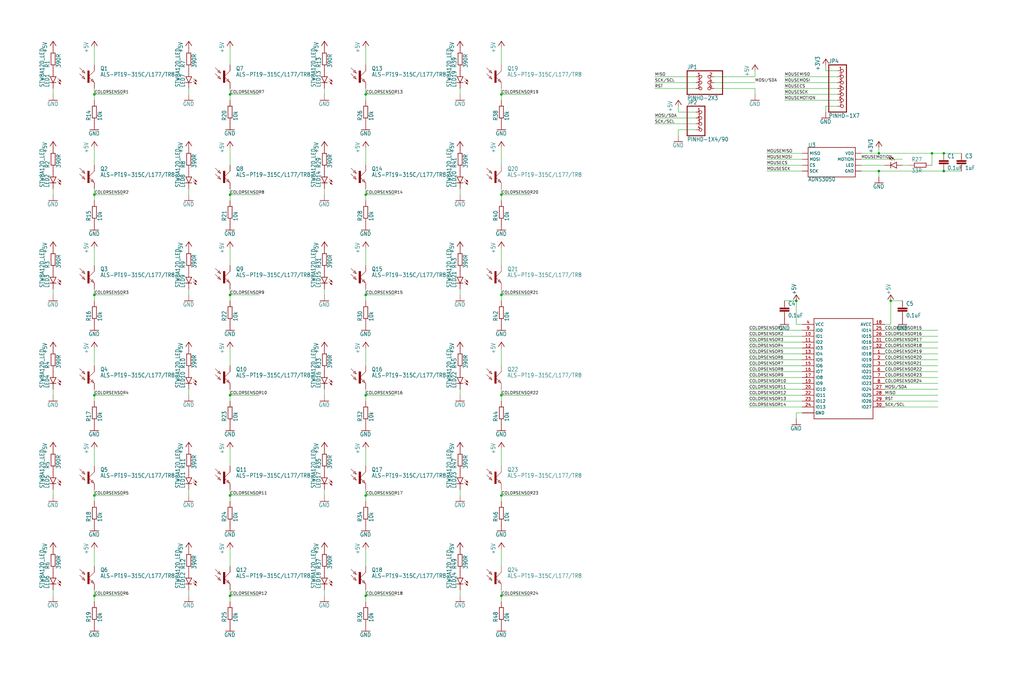
<source format=kicad_sch>
(kicad_sch (version 20211123) (generator eeschema)
  (paper "User" 440.944 294.919)
  (junction (at 99.06 40.64))
  (junction (at 215.9 83.82))
  (junction (at 157.48 213.36))
  (junction (at 157.48 40.64))
  (junction (at 99.06 213.36))
  (junction (at 40.64 256.54))
  (junction (at 215.9 170.18))
  (junction (at 406.4 66.04))
  (junction (at 157.48 83.82))
  (junction (at 99.06 256.54))
  (junction (at 215.9 213.36))
  (junction (at 406.4 73.66))
  (junction (at 215.9 127))
  (junction (at 40.64 127))
  (junction (at 99.06 170.18))
  (junction (at 378.46 66.04))
  (junction (at 383.54 129.54))
  (junction (at 40.64 170.18))
  (junction (at 342.9 129.54))
  (junction (at 157.48 256.54))
  (junction (at 40.64 40.64))
  (junction (at 378.46 73.66))
  (junction (at 215.9 256.54))
  (junction (at 40.64 83.82))
  (junction (at 401.32 66.04))
  (junction (at 157.48 127))
  (junction (at 215.9 40.64))
  (junction (at 157.48 170.18))
  (junction (at 99.06 127))
  (junction (at 99.06 83.82))
  (junction (at 40.64 213.36))
  (wire (pts (xy 99.06 236.22) (xy 99.06 243.84)))
  (wire (pts (xy 215.9 127) (xy 215.9 124.46)))
  (wire (pts (xy 99.06 172.72) (xy 99.06 170.18)))
  (wire (pts (xy 355.6 30.48) (xy 355.6 27.94)))
  (wire (pts (xy 403.86 147.32) (xy 381 147.32)))
  (wire (pts (xy 99.06 193.04) (xy 99.06 200.66)))
  (wire (pts (xy 360.68 35.56) (xy 337.82 35.56)))
  (wire (pts (xy 40.64 20.32) (xy 40.64 27.94)))
  (wire (pts (xy 99.06 20.32) (xy 99.06 27.94)))
  (wire (pts (xy 157.48 40.64) (xy 157.48 38.1)))
  (wire (pts (xy 157.48 129.54) (xy 157.48 127)))
  (wire (pts (xy 414.02 73.66) (xy 406.4 73.66)))
  (wire (pts (xy 215.9 40.64) (xy 215.9 38.1)))
  (wire (pts (xy 99.06 213.36) (xy 111.76 213.36)))
  (wire (pts (xy 360.68 43.18) (xy 337.82 43.18)))
  (wire (pts (xy 22.86 256.54) (xy 22.86 254)))
  (wire (pts (xy 355.6 45.72) (xy 355.6 48.26)))
  (wire (pts (xy 99.06 129.54) (xy 99.06 127)))
  (wire (pts (xy 157.48 106.68) (xy 157.48 114.3)))
  (wire (pts (xy 345.44 68.58) (xy 330.2 68.58)))
  (wire (pts (xy 215.9 20.32) (xy 215.9 27.94)))
  (wire (pts (xy 81.28 40.64) (xy 81.28 38.1)))
  (wire (pts (xy 299.72 55.88) (xy 292.1 55.88)))
  (wire (pts (xy 40.64 170.18) (xy 40.64 167.64)))
  (wire (pts (xy 139.7 83.82) (xy 139.7 81.28)))
  (wire (pts (xy 40.64 193.04) (xy 40.64 200.66)))
  (wire (pts (xy 325.12 40.64) (xy 325.12 38.1)))
  (wire (pts (xy 40.64 83.82) (xy 40.64 81.28)))
  (wire (pts (xy 381 172.72) (xy 403.86 172.72)))
  (wire (pts (xy 198.12 127) (xy 198.12 124.46)))
  (wire (pts (xy 99.06 256.54) (xy 111.76 256.54)))
  (wire (pts (xy 157.48 43.18) (xy 157.48 40.64)))
  (wire (pts (xy 403.86 144.78) (xy 381 144.78)))
  (wire (pts (xy 22.86 213.36) (xy 22.86 210.82)))
  (wire (pts (xy 345.44 147.32) (xy 322.58 147.32)))
  (wire (pts (xy 383.54 129.54) (xy 388.62 129.54)))
  (wire (pts (xy 299.72 50.8) (xy 281.94 50.8)))
  (wire (pts (xy 215.9 83.82) (xy 228.6 83.82)))
  (wire (pts (xy 40.64 172.72) (xy 40.64 170.18)))
  (wire (pts (xy 139.7 213.36) (xy 139.7 210.82)))
  (wire (pts (xy 198.12 256.54) (xy 198.12 254)))
  (wire (pts (xy 403.86 149.86) (xy 381 149.86)))
  (wire (pts (xy 403.86 157.48) (xy 381 157.48)))
  (wire (pts (xy 403.86 142.24) (xy 381 142.24)))
  (wire (pts (xy 81.28 213.36) (xy 81.28 210.82)))
  (wire (pts (xy 22.86 170.18) (xy 22.86 167.64)))
  (wire (pts (xy 215.9 83.82) (xy 215.9 81.28)))
  (wire (pts (xy 139.7 40.64) (xy 139.7 38.1)))
  (wire (pts (xy 403.86 160.02) (xy 381 160.02)))
  (wire (pts (xy 99.06 259.08) (xy 99.06 256.54)))
  (wire (pts (xy 403.86 165.1) (xy 381 165.1)))
  (wire (pts (xy 22.86 40.64) (xy 22.86 38.1)))
  (wire (pts (xy 403.86 152.4) (xy 381 152.4)))
  (wire (pts (xy 215.9 63.5) (xy 215.9 71.12)))
  (wire (pts (xy 157.48 83.82) (xy 170.18 83.82)))
  (wire (pts (xy 99.06 43.18) (xy 99.06 40.64)))
  (wire (pts (xy 299.72 48.26) (xy 292.1 48.26)))
  (wire (pts (xy 215.9 213.36) (xy 228.6 213.36)))
  (wire (pts (xy 40.64 215.9) (xy 40.64 213.36)))
  (wire (pts (xy 401.32 71.12) (xy 401.32 66.04)))
  (wire (pts (xy 81.28 83.82) (xy 81.28 81.28)))
  (wire (pts (xy 157.48 63.5) (xy 157.48 71.12)))
  (wire (pts (xy 345.44 175.26) (xy 322.58 175.26)))
  (wire (pts (xy 99.06 127) (xy 99.06 124.46)))
  (wire (pts (xy 99.06 215.9) (xy 99.06 213.36)))
  (wire (pts (xy 40.64 170.18) (xy 53.34 170.18)))
  (wire (pts (xy 40.64 236.22) (xy 40.64 243.84)))
  (wire (pts (xy 381 175.26) (xy 403.86 175.26)))
  (wire (pts (xy 360.68 38.1) (xy 337.82 38.1)))
  (wire (pts (xy 157.48 170.18) (xy 170.18 170.18)))
  (wire (pts (xy 40.64 43.18) (xy 40.64 40.64)))
  (wire (pts (xy 215.9 106.68) (xy 215.9 114.3)))
  (wire (pts (xy 157.48 236.22) (xy 157.48 243.84)))
  (wire (pts (xy 198.12 40.64) (xy 198.12 38.1)))
  (wire (pts (xy 345.44 154.94) (xy 322.58 154.94)))
  (wire (pts (xy 99.06 170.18) (xy 111.76 170.18)))
  (wire (pts (xy 345.44 170.18) (xy 322.58 170.18)))
  (wire (pts (xy 40.64 127) (xy 53.34 127)))
  (wire (pts (xy 299.72 53.34) (xy 281.94 53.34)))
  (wire (pts (xy 345.44 160.02) (xy 322.58 160.02)))
  (wire (pts (xy 215.9 149.86) (xy 215.9 157.48)))
  (wire (pts (xy 325.12 33.02) (xy 307.34 33.02)))
  (wire (pts (xy 40.64 129.54) (xy 40.64 127)))
  (wire (pts (xy 360.68 40.64) (xy 337.82 40.64)))
  (wire (pts (xy 215.9 86.36) (xy 215.9 83.82)))
  (wire (pts (xy 40.64 83.82) (xy 53.34 83.82)))
  (wire (pts (xy 345.44 172.72) (xy 322.58 172.72)))
  (wire (pts (xy 157.48 170.18) (xy 157.48 167.64)))
  (wire (pts (xy 215.9 256.54) (xy 215.9 254)))
  (wire (pts (xy 299.72 33.02) (xy 281.94 33.02)))
  (wire (pts (xy 198.12 170.18) (xy 198.12 167.64)))
  (wire (pts (xy 360.68 33.02) (xy 337.82 33.02)))
  (wire (pts (xy 99.06 149.86) (xy 99.06 157.48)))
  (wire (pts (xy 360.68 45.72) (xy 355.6 45.72)))
  (wire (pts (xy 215.9 213.36) (xy 215.9 210.82)))
  (wire (pts (xy 139.7 256.54) (xy 139.7 254)))
  (wire (pts (xy 215.9 259.08) (xy 215.9 256.54)))
  (wire (pts (xy 388.62 71.12) (xy 391.16 71.12)))
  (wire (pts (xy 345.44 165.1) (xy 322.58 165.1)))
  (wire (pts (xy 157.48 86.36) (xy 157.48 83.82)))
  (wire (pts (xy 401.32 66.04) (xy 378.46 66.04)))
  (wire (pts (xy 215.9 40.64) (xy 228.6 40.64)))
  (wire (pts (xy 99.06 127) (xy 111.76 127)))
  (wire (pts (xy 345.44 144.78) (xy 322.58 144.78)))
  (wire (pts (xy 215.9 256.54) (xy 228.6 256.54)))
  (wire (pts (xy 99.06 256.54) (xy 99.06 254)))
  (wire (pts (xy 345.44 73.66) (xy 330.2 73.66)))
  (wire (pts (xy 99.06 63.5) (xy 99.06 71.12)))
  (wire (pts (xy 40.64 63.5) (xy 40.64 71.12)))
  (wire (pts (xy 157.48 20.32) (xy 157.48 27.94)))
  (wire (pts (xy 22.86 127) (xy 22.86 124.46)))
  (wire (pts (xy 40.64 86.36) (xy 40.64 83.82)))
  (wire (pts (xy 215.9 236.22) (xy 215.9 243.84)))
  (wire (pts (xy 40.64 256.54) (xy 53.34 256.54)))
  (wire (pts (xy 299.72 35.56) (xy 281.94 35.56)))
  (wire (pts (xy 40.64 213.36) (xy 40.64 210.82)))
  (wire (pts (xy 345.44 152.4) (xy 322.58 152.4)))
  (wire (pts (xy 40.64 127) (xy 40.64 124.46)))
  (wire (pts (xy 406.4 73.66) (xy 378.46 73.66)))
  (wire (pts (xy 157.48 213.36) (xy 170.18 213.36)))
  (wire (pts (xy 215.9 129.54) (xy 215.9 127)))
  (wire (pts (xy 99.06 213.36) (xy 99.06 210.82)))
  (wire (pts (xy 383.54 139.7) (xy 383.54 129.54)))
  (wire (pts (xy 401.32 66.04) (xy 406.4 66.04)))
  (wire (pts (xy 345.44 162.56) (xy 322.58 162.56)))
  (wire (pts (xy 325.12 35.56) (xy 307.34 35.56)))
  (wire (pts (xy 406.4 66.04) (xy 414.02 66.04)))
  (wire (pts (xy 378.46 66.04) (xy 378.46 63.5)))
  (wire (pts (xy 345.44 142.24) (xy 322.58 142.24)))
  (wire (pts (xy 381 167.64) (xy 403.86 167.64)))
  (wire (pts (xy 325.12 30.48) (xy 325.12 33.02)))
  (wire (pts (xy 292.1 48.26) (xy 292.1 45.72)))
  (wire (pts (xy 157.48 193.04) (xy 157.48 200.66)))
  (wire (pts (xy 378.46 73.66) (xy 378.46 76.2)))
  (wire (pts (xy 22.86 83.82) (xy 22.86 81.28)))
  (wire (pts (xy 345.44 139.7) (xy 342.9 139.7)))
  (wire (pts (xy 157.48 149.86) (xy 157.48 157.48)))
  (wire (pts (xy 157.48 213.36) (xy 157.48 210.82)))
  (wire (pts (xy 215.9 170.18) (xy 228.6 170.18)))
  (wire (pts (xy 157.48 256.54) (xy 157.48 254)))
  (wire (pts (xy 99.06 170.18) (xy 99.06 167.64)))
  (wire (pts (xy 337.82 129.54) (xy 342.9 129.54)))
  (wire (pts (xy 292.1 55.88) (xy 292.1 58.42)))
  (wire (pts (xy 342.9 139.7) (xy 342.9 129.54)))
  (wire (pts (xy 40.64 40.64) (xy 53.34 40.64)))
  (wire (pts (xy 215.9 127) (xy 228.6 127)))
  (wire (pts (xy 345.44 71.12) (xy 330.2 71.12)))
  (wire (pts (xy 99.06 40.64) (xy 111.76 40.64)))
  (wire (pts (xy 378.46 66.04) (xy 370.84 66.04)))
  (wire (pts (xy 157.48 215.9) (xy 157.48 213.36)))
  (wire (pts (xy 99.06 106.68) (xy 99.06 114.3)))
  (wire (pts (xy 342.9 177.8) (xy 345.44 177.8)))
  (wire (pts (xy 403.86 154.94) (xy 381 154.94)))
  (wire (pts (xy 99.06 86.36) (xy 99.06 83.82)))
  (wire (pts (xy 215.9 215.9) (xy 215.9 213.36)))
  (wire (pts (xy 157.48 127) (xy 170.18 127)))
  (wire (pts (xy 345.44 149.86) (xy 322.58 149.86)))
  (wire (pts (xy 40.64 259.08) (xy 40.64 256.54)))
  (wire (pts (xy 157.48 259.08) (xy 157.48 256.54)))
  (wire (pts (xy 378.46 73.66) (xy 370.84 73.66)))
  (wire (pts (xy 81.28 256.54) (xy 81.28 254)))
  (wire (pts (xy 215.9 193.04) (xy 215.9 200.66)))
  (wire (pts (xy 215.9 170.18) (xy 215.9 167.64)))
  (wire (pts (xy 403.86 162.56) (xy 381 162.56)))
  (wire (pts (xy 381 139.7) (xy 383.54 139.7)))
  (wire (pts (xy 81.28 170.18) (xy 81.28 167.64)))
  (wire (pts (xy 157.48 83.82) (xy 157.48 81.28)))
  (wire (pts (xy 157.48 40.64) (xy 170.18 40.64)))
  (wire (pts (xy 345.44 167.64) (xy 322.58 167.64)))
  (wire (pts (xy 40.64 256.54) (xy 40.64 254)))
  (wire (pts (xy 40.64 149.86) (xy 40.64 157.48)))
  (wire (pts (xy 370.84 68.58) (xy 388.62 68.58)))
  (wire (pts (xy 40.64 213.36) (xy 53.34 213.36)))
  (wire (pts (xy 370.84 71.12) (xy 381 71.12)))
  (wire (pts (xy 139.7 127) (xy 139.7 124.46)))
  (wire (pts (xy 157.48 127) (xy 157.48 124.46)))
  (wire (pts (xy 342.9 180.34) (xy 342.9 177.8)))
  (wire (pts (xy 381 170.18) (xy 403.86 170.18)))
  (wire (pts (xy 299.72 38.1) (xy 281.94 38.1)))
  (wire (pts (xy 40.64 106.68) (xy 40.64 114.3)))
  (wire (pts (xy 198.12 83.82) (xy 198.12 81.28)))
  (wire (pts (xy 99.06 83.82) (xy 99.06 81.28)))
  (wire (pts (xy 99.06 83.82) (xy 111.76 83.82)))
  (wire (pts (xy 360.68 30.48) (xy 355.6 30.48)))
  (wire (pts (xy 99.06 40.64) (xy 99.06 38.1)))
  (wire (pts (xy 40.64 40.64) (xy 40.64 38.1)))
  (wire (pts (xy 139.7 170.18) (xy 139.7 167.64)))
  (wire (pts (xy 157.48 256.54) (xy 170.18 256.54)))
  (wire (pts (xy 215.9 172.72) (xy 215.9 170.18)))
  (wire (pts (xy 345.44 66.04) (xy 330.2 66.04)))
  (wire (pts (xy 157.48 172.72) (xy 157.48 170.18)))
  (wire (pts (xy 345.44 157.48) (xy 322.58 157.48)))
  (wire (pts (xy 81.28 127) (xy 81.28 124.46)))
  (wire (pts (xy 215.9 43.18) (xy 215.9 40.64)))
  (wire (pts (xy 198.12 213.36) (xy 198.12 210.82)))
  (wire (pts (xy 325.12 38.1) (xy 307.34 38.1)))
  (label "COLORSENSOR4" (at 40.64 170.18 0) (effects (font (size 1.2446 1.2446))))
  (label "MOUSEMISO" (at 330.2 66.04 0) (effects (font (size 1.2446 1.2446))))
  (label "COLORSENSOR13" (at 322.58 172.72 0) (effects (font (size 1.2446 1.2446))))
  (label "COLORSENSOR3" (at 40.64 127 0) (effects (font (size 1.2446 1.2446))))
  (label "SCK/SCL" (at 281.94 53.34 0) (effects (font (size 1.2446 1.2446))))
  (label "MOUSEMOSI" (at 337.82 35.56 0) (effects (font (size 1.2446 1.2446))))
  (label "COLORSENSOR20" (at 215.9 83.82 0) (effects (font (size 1.2446 1.2446))))
  (label "MOUSEMISO" (at 337.82 33.02 0) (effects (font (size 1.2446 1.2446))))
  (label "COLORSENSOR24" (at 215.9 256.54 0) (effects (font (size 1.2446 1.2446))))
  (label "COLORSENSOR16" (at 381 144.78 0) (effects (font (size 1.2446 1.2446))))
  (label "MOSI/SDA" (at 281.94 50.8 0) (effects (font (size 1.2446 1.2446))))
  (label "COLORSENSOR22" (at 381 160.02 0) (effects (font (size 1.2446 1.2446))))
  (label "COLORSENSOR23" (at 381 162.56 0) (effects (font (size 1.2446 1.2446))))
  (label "COLORSENSOR14" (at 157.48 83.82 0) (effects (font (size 1.2446 1.2446))))
  (label "MISO" (at 381 170.18 0) (effects (font (size 1.2446 1.2446))))
  (label "MOUSESCK" (at 330.2 73.66 0) (effects (font (size 1.2446 1.2446))))
  (label "COLORSENSOR15" (at 157.48 127 0) (effects (font (size 1.2446 1.2446))))
  (label "COLORSENSOR5" (at 40.64 213.36 0) (effects (font (size 1.2446 1.2446))))
  (label "COLORSENSOR2" (at 40.64 83.82 0) (effects (font (size 1.2446 1.2446))))
  (label "COLORSENSOR16" (at 157.48 170.18 0) (effects (font (size 1.2446 1.2446))))
  (label "COLORSENSOR7" (at 99.06 40.64 0) (effects (font (size 1.2446 1.2446))))
  (label "COLORSENSOR12" (at 99.06 256.54 0) (effects (font (size 1.2446 1.2446))))
  (label "COLORSENSOR8" (at 322.58 160.02 0) (effects (font (size 1.2446 1.2446))))
  (label "RST" (at 381 172.72 0) (effects (font (size 1.2446 1.2446))))
  (label "COLORSENSOR13" (at 157.48 40.64 0) (effects (font (size 1.2446 1.2446))))
  (label "MOUSEMOTION" (at 370.84 68.58 0) (effects (font (size 1.2446 1.2446))))
  (label "MOUSECS" (at 330.2 71.12 0) (effects (font (size 1.2446 1.2446))))
  (label "SCK/SCL" (at 381 175.26 0) (effects (font (size 1.2446 1.2446))))
  (label "COLORSENSOR19" (at 215.9 40.64 0) (effects (font (size 1.2446 1.2446))))
  (label "MOSI/SDA" (at 325.12 35.56 0) (effects (font (size 1.2446 1.2446))))
  (label "COLORSENSOR23" (at 215.9 213.36 0) (effects (font (size 1.2446 1.2446))))
  (label "SCK/SCL" (at 281.94 35.56 0) (effects (font (size 1.2446 1.2446))))
  (label "COLORSENSOR7" (at 322.58 157.48 0) (effects (font (size 1.2446 1.2446))))
  (label "MISO" (at 281.94 33.02 0) (effects (font (size 1.2446 1.2446))))
  (label "COLORSENSOR3" (at 322.58 147.32 0) (effects (font (size 1.2446 1.2446))))
  (label "COLORSENSOR21" (at 215.9 127 0) (effects (font (size 1.2446 1.2446))))
  (label "COLORSENSOR17" (at 381 147.32 0) (effects (font (size 1.2446 1.2446))))
  (label "COLORSENSOR17" (at 157.48 213.36 0) (effects (font (size 1.2446 1.2446))))
  (label "RST" (at 281.94 38.1 0) (effects (font (size 1.2446 1.2446))))
  (label "COLORSENSOR22" (at 215.9 170.18 0) (effects (font (size 1.2446 1.2446))))
  (label "COLORSENSOR24" (at 381 165.1 0) (effects (font (size 1.2446 1.2446))))
  (label "COLORSENSOR11" (at 322.58 167.64 0) (effects (font (size 1.2446 1.2446))))
  (label "COLORSENSOR10" (at 99.06 170.18 0) (effects (font (size 1.2446 1.2446))))
  (label "COLORSENSOR18" (at 157.48 256.54 0) (effects (font (size 1.2446 1.2446))))
  (label "COLORSENSOR10" (at 322.58 165.1 0) (effects (font (size 1.2446 1.2446))))
  (label "MOSI/SDA" (at 381 167.64 0) (effects (font (size 1.2446 1.2446))))
  (label "MOUSEMOTION" (at 337.82 43.18 0) (effects (font (size 1.2446 1.2446))))
  (label "COLORSENSOR12" (at 322.58 170.18 0) (effects (font (size 1.2446 1.2446))))
  (label "COLORSENSOR15" (at 381 142.24 0) (effects (font (size 1.2446 1.2446))))
  (label "COLORSENSOR19" (at 381 152.4 0) (effects (font (size 1.2446 1.2446))))
  (label "COLORSENSOR1" (at 322.58 142.24 0) (effects (font (size 1.2446 1.2446))))
  (label "MOUSESCK" (at 337.82 40.64 0) (effects (font (size 1.2446 1.2446))))
  (label "COLORSENSOR20" (at 381 154.94 0) (effects (font (size 1.2446 1.2446))))
  (label "COLORSENSOR4" (at 322.58 149.86 0) (effects (font (size 1.2446 1.2446))))
  (label "COLORSENSOR18" (at 381 149.86 0) (effects (font (size 1.2446 1.2446))))
  (label "COLORSENSOR6" (at 40.64 256.54 0) (effects (font (size 1.2446 1.2446))))
  (label "COLORSENSOR2" (at 322.58 144.78 0) (effects (font (size 1.2446 1.2446))))
  (label "MOUSEMOSI" (at 330.2 68.58 0) (effects (font (size 1.2446 1.2446))))
  (label "COLORSENSOR1" (at 40.64 40.64 0) (effects (font (size 1.2446 1.2446))))
  (label "COLORSENSOR9" (at 99.06 127 0) (effects (font (size 1.2446 1.2446))))
  (label "COLORSENSOR6" (at 322.58 154.94 0) (effects (font (size 1.2446 1.2446))))
  (label "COLORSENSOR8" (at 99.06 83.82 0) (effects (font (size 1.2446 1.2446))))
  (label "COLORSENSOR5" (at 322.58 152.4 0) (effects (font (size 1.2446 1.2446))))
  (label "COLORSENSOR21" (at 381 157.48 0) (effects (font (size 1.2446 1.2446))))
  (label "COLORSENSOR14" (at 322.58 175.26 0) (effects (font (size 1.2446 1.2446))))
  (label "MOUSECS" (at 337.82 38.1 0) (effects (font (size 1.2446 1.2446))))
  (label "COLORSENSOR11" (at 99.06 213.36 0) (effects (font (size 1.2446 1.2446))))
  (label "COLORSENSOR9" (at 322.58 162.56 0) (effects (font (size 1.2446 1.2446))))
  (symbol (lib_id "Line Board-eagle-import:STW8A12D_LED") (at 139.7 33.02 0) (mirror y) (unit 1)
    (property "Reference" "LED13" (at 136.144 37.592 90) (effects (font (size 1.778 1.5113)) (justify left bottom)))
    (property "Value" "STW8A12D_LED" (at 133.985 37.592 90) (effects (font (size 1.778 1.5113)) (justify left bottom)))
    (property "Footprint" "Line Board:LEDC3428X70" (effects hide))
  )
  (symbol (lib_id "Line Board-eagle-import:R-EU_R0805") (at 157.48 220.98 90) (unit 1)
    (property "Reference" "R34" (at 155.9814 224.79 0) (effects (font (size 1.778 1.5113)) (justify left bottom)))
    (property "Value" "10k" (at 160.782 224.79 0) (effects (font (size 1.778 1.5113)) (justify left bottom)))
    (property "Footprint" "Line Board:R0805" (effects hide))
  )
  (symbol (lib_id "Line Board-eagle-import:STW8A12D_LED") (at 198.12 33.02 0) (mirror y) (unit 1)
    (property "Reference" "LED19" (at 194.564 37.592 90) (effects (font (size 1.778 1.5113)) (justify left bottom)))
    (property "Value" "STW8A12D_LED" (at 192.405 37.592 90) (effects (font (size 1.778 1.5113)) (justify left bottom)))
    (property "Footprint" "Line Board:LEDC3428X70" (effects hide))
  )
  (symbol (lib_id "Line Board-eagle-import:R-EU_R0805") (at 99.06 220.98 90) (unit 1)
    (property "Reference" "R24" (at 97.5614 224.79 0) (effects (font (size 1.778 1.5113)) (justify left bottom)))
    (property "Value" "10k" (at 102.362 224.79 0) (effects (font (size 1.778 1.5113)) (justify left bottom)))
    (property "Footprint" "Line Board:R0805" (effects hide))
  )
  (symbol (lib_id "Line Board-eagle-import:R-EU_R0805") (at 40.64 177.8 90) (unit 1)
    (property "Reference" "R17" (at 39.1414 181.61 0) (effects (font (size 1.778 1.5113)) (justify left bottom)))
    (property "Value" "10k" (at 43.942 181.61 0) (effects (font (size 1.778 1.5113)) (justify left bottom)))
    (property "Footprint" "Line Board:R0805" (effects hide))
  )
  (symbol (lib_id "Line Board-eagle-import:STW8A12D_LED") (at 81.28 33.02 0) (mirror y) (unit 1)
    (property "Reference" "LED7" (at 77.724 37.592 90) (effects (font (size 1.778 1.5113)) (justify left bottom)))
    (property "Value" "STW8A12D_LED" (at 75.565 37.592 90) (effects (font (size 1.778 1.5113)) (justify left bottom)))
    (property "Footprint" "Line Board:LEDC3428X70" (effects hide))
  )
  (symbol (lib_id "Line Board-eagle-import:GND") (at 40.64 55.88 0) (unit 1)
    (property "Reference" "#GND14" (effects hide))
    (property "Value" "GND" (at 38.1 58.42 0) (effects (font (size 1.778 1.5113)) (justify left bottom)))
    (property "Footprint" "Line Board:" (effects hide))
  )
  (symbol (lib_id "Line Board-eagle-import:R-EU_R0805") (at 139.7 241.3 90) (unit 1)
    (property "Reference" "R37" (at 138.2014 245.11 0) (effects (font (size 1.778 1.5113)) (justify left bottom)))
    (property "Value" "390R" (at 143.002 245.11 0) (effects (font (size 1.778 1.5113)) (justify left bottom)))
    (property "Footprint" "Line Board:R0805" (effects hide))
  )
  (symbol (lib_id "Line Board-eagle-import:R-EU_R0805") (at 99.06 264.16 90) (unit 1)
    (property "Reference" "R25" (at 97.5614 267.97 0) (effects (font (size 1.778 1.5113)) (justify left bottom)))
    (property "Value" "10k" (at 102.362 267.97 0) (effects (font (size 1.778 1.5113)) (justify left bottom)))
    (property "Footprint" "Line Board:R0805" (effects hide))
  )
  (symbol (lib_id "Line Board-eagle-import:ALS-PT19-315C{slash}L177{slash}TR8") (at 96.52 33.02 0) (unit 1)
    (property "Reference" "Q7" (at 101.6 30.48 0) (effects (font (size 1.778 1.5113)) (justify left bottom)))
    (property "Value" "ALS-PT19-315C{slash}L177{slash}TR8" (at 101.6 33.02 0) (effects (font (size 1.778 1.5113)) (justify left bottom)))
    (property "Footprint" "Line Board:LEDC1708X60" (effects hide))
  )
  (symbol (lib_id "Line Board-eagle-import:C-EUC0805") (at 337.82 132.08 0) (unit 1)
    (property "Reference" "C4" (at 339.344 131.699 0) (effects (font (size 1.778 1.5113)) (justify left bottom)))
    (property "Value" "0.1uF" (at 339.344 136.779 0) (effects (font (size 1.778 1.5113)) (justify left bottom)))
    (property "Footprint" "Line Board:C0805" (effects hide))
  )
  (symbol (lib_id "Line Board-eagle-import:GND") (at 342.9 182.88 0) (unit 1)
    (property "Reference" "#GND50" (effects hide))
    (property "Value" "GND" (at 340.36 185.42 0) (effects (font (size 1.778 1.5113)) (justify left bottom)))
    (property "Footprint" "Line Board:" (effects hide))
  )
  (symbol (lib_id "Line Board-eagle-import:R-EU_R0805") (at 157.48 91.44 90) (unit 1)
    (property "Reference" "R28" (at 155.9814 95.25 0) (effects (font (size 1.778 1.5113)) (justify left bottom)))
    (property "Value" "10k" (at 160.782 95.25 0) (effects (font (size 1.778 1.5113)) (justify left bottom)))
    (property "Footprint" "Line Board:R0805" (effects hide))
  )
  (symbol (lib_id "Line Board-eagle-import:R-EU_R0805") (at 215.9 91.44 90) (unit 1)
    (property "Reference" "R40" (at 214.4014 95.25 0) (effects (font (size 1.778 1.5113)) (justify left bottom)))
    (property "Value" "10k" (at 219.202 95.25 0) (effects (font (size 1.778 1.5113)) (justify left bottom)))
    (property "Footprint" "Line Board:R0805" (effects hide))
  )
  (symbol (lib_id "Line Board-eagle-import:GND") (at 198.12 43.18 0) (unit 1)
    (property "Reference" "#GND39" (effects hide))
    (property "Value" "GND" (at 195.58 45.72 0) (effects (font (size 1.778 1.5113)) (justify left bottom)))
    (property "Footprint" "Line Board:" (effects hide))
  )
  (symbol (lib_id "Line Board-eagle-import:GND") (at 139.7 259.08 0) (unit 1)
    (property "Reference" "#GND37" (effects hide))
    (property "Value" "GND" (at 137.16 261.62 0) (effects (font (size 1.778 1.5113)) (justify left bottom)))
    (property "Footprint" "Line Board:" (effects hide))
  )
  (symbol (lib_id "Line Board-eagle-import:ALS-PT19-315C{slash}L177{slash}TR8") (at 38.1 205.74 0) (unit 1)
    (property "Reference" "Q5" (at 43.18 203.2 0) (effects (font (size 1.778 1.5113)) (justify left bottom)))
    (property "Value" "ALS-PT19-315C{slash}L177{slash}TR8" (at 43.18 205.74 0) (effects (font (size 1.778 1.5113)) (justify left bottom)))
    (property "Footprint" "Line Board:LEDC1708X60" (effects hide))
  )
  (symbol (lib_id "Line Board-eagle-import:ALS-PT19-315C{slash}L177{slash}TR8") (at 96.52 248.92 0) (unit 1)
    (property "Reference" "Q12" (at 101.6 246.38 0) (effects (font (size 1.778 1.5113)) (justify left bottom)))
    (property "Value" "ALS-PT19-315C{slash}L177{slash}TR8" (at 101.6 248.92 0) (effects (font (size 1.778 1.5113)) (justify left bottom)))
    (property "Footprint" "Line Board:LEDC1708X60" (effects hide))
  )
  (symbol (lib_id "Line Board-eagle-import:GND") (at 40.64 142.24 0) (unit 1)
    (property "Reference" "#GND16" (effects hide))
    (property "Value" "GND" (at 38.1 144.78 0) (effects (font (size 1.778 1.5113)) (justify left bottom)))
    (property "Footprint" "Line Board:" (effects hide))
  )
  (symbol (lib_id "Line Board-eagle-import:+5V") (at 22.86 147.32 0) (unit 1)
    (property "Reference" "#P+4" (effects hide))
    (property "Value" "+5V" (at 20.32 152.4 90) (effects (font (size 1.778 1.5113)) (justify left bottom)))
    (property "Footprint" "Line Board:" (effects hide))
  )
  (symbol (lib_id "Line Board-eagle-import:GND") (at 292.1 60.96 0) (unit 1)
    (property "Reference" "#GND52" (effects hide))
    (property "Value" "GND" (at 289.56 63.5 0) (effects (font (size 1.778 1.5113)) (justify left bottom)))
    (property "Footprint" "Line Board:" (effects hide))
  )
  (symbol (lib_id "Line Board-eagle-import:+5V") (at 215.9 233.68 0) (unit 1)
    (property "Reference" "#P+49" (effects hide))
    (property "Value" "+5V" (at 213.36 238.76 90) (effects (font (size 1.778 1.5113)) (justify left bottom)))
    (property "Footprint" "Line Board:" (effects hide))
  )
  (symbol (lib_id "Line Board-eagle-import:R-EU_R0805") (at 40.64 220.98 90) (unit 1)
    (property "Reference" "R18" (at 39.1414 224.79 0) (effects (font (size 1.778 1.5113)) (justify left bottom)))
    (property "Value" "10k" (at 43.942 224.79 0) (effects (font (size 1.778 1.5113)) (justify left bottom)))
    (property "Footprint" "Line Board:R0805" (effects hide))
  )
  (symbol (lib_id "Line Board-eagle-import:STW8A12D_LED") (at 198.12 119.38 0) (mirror y) (unit 1)
    (property "Reference" "LED21" (at 194.564 123.952 90) (effects (font (size 1.778 1.5113)) (justify left bottom)))
    (property "Value" "STW8A12D_LED" (at 192.405 123.952 90) (effects (font (size 1.778 1.5113)) (justify left bottom)))
    (property "Footprint" "Line Board:LEDC3428X70" (effects hide))
  )
  (symbol (lib_id "Line Board-eagle-import:GND") (at 22.86 129.54 0) (unit 1)
    (property "Reference" "#GND3" (effects hide))
    (property "Value" "GND" (at 20.32 132.08 0) (effects (font (size 1.778 1.5113)) (justify left bottom)))
    (property "Footprint" "Line Board:" (effects hide))
  )
  (symbol (lib_id "Line Board-eagle-import:GND") (at 157.48 228.6 0) (unit 1)
    (property "Reference" "#GND34" (effects hide))
    (property "Value" "GND" (at 154.94 231.14 0) (effects (font (size 1.778 1.5113)) (justify left bottom)))
    (property "Footprint" "Line Board:" (effects hide))
  )
  (symbol (lib_id "Line Board-eagle-import:C-EUC0805") (at 406.4 68.58 0) (unit 1)
    (property "Reference" "C1" (at 407.924 68.199 0) (effects (font (size 1.778 1.5113)) (justify left bottom)))
    (property "Value" "0.1uF" (at 407.924 73.279 0) (effects (font (size 1.778 1.5113)) (justify left bottom)))
    (property "Footprint" "Line Board:C0805" (effects hide))
  )
  (symbol (lib_id "Line Board-eagle-import:R-EU_R0805") (at 215.9 48.26 90) (unit 1)
    (property "Reference" "R38" (at 214.4014 52.07 0) (effects (font (size 1.778 1.5113)) (justify left bottom)))
    (property "Value" "10k" (at 219.202 52.07 0) (effects (font (size 1.778 1.5113)) (justify left bottom)))
    (property "Footprint" "Line Board:R0805" (effects hide))
  )
  (symbol (lib_id "Line Board-eagle-import:+5V") (at 81.28 104.14 0) (unit 1)
    (property "Reference" "#P+9" (effects hide))
    (property "Value" "+5V" (at 78.74 109.22 90) (effects (font (size 1.778 1.5113)) (justify left bottom)))
    (property "Footprint" "Line Board:" (effects hide))
  )
  (symbol (lib_id "Line Board-eagle-import:GND") (at 81.28 215.9 0) (unit 1)
    (property "Reference" "#GND11" (effects hide))
    (property "Value" "GND" (at 78.74 218.44 0) (effects (font (size 1.778 1.5113)) (justify left bottom)))
    (property "Footprint" "Line Board:" (effects hide))
  )
  (symbol (lib_id "Line Board-eagle-import:+5V") (at 215.9 60.96 0) (unit 1)
    (property "Reference" "#P+41" (effects hide))
    (property "Value" "+5V" (at 213.36 66.04 90) (effects (font (size 1.778 1.5113)) (justify left bottom)))
    (property "Footprint" "Line Board:" (effects hide))
  )
  (symbol (lib_id "Line Board-eagle-import:R-EU_R0805") (at 198.12 241.3 90) (unit 1)
    (property "Reference" "R49" (at 196.6214 245.11 0) (effects (font (size 1.778 1.5113)) (justify left bottom)))
    (property "Value" "390R" (at 201.422 245.11 0) (effects (font (size 1.778 1.5113)) (justify left bottom)))
    (property "Footprint" "Line Board:R0805" (effects hide))
  )
  (symbol (lib_id "Line Board-eagle-import:GND") (at 40.64 185.42 0) (unit 1)
    (property "Reference" "#GND17" (effects hide))
    (property "Value" "GND" (at 38.1 187.96 0) (effects (font (size 1.778 1.5113)) (justify left bottom)))
    (property "Footprint" "Line Board:" (effects hide))
  )
  (symbol (lib_id "Line Board-eagle-import:STW8A12D_LED") (at 198.12 205.74 0) (mirror y) (unit 1)
    (property "Reference" "LED23" (at 194.564 210.312 90) (effects (font (size 1.778 1.5113)) (justify left bottom)))
    (property "Value" "STW8A12D_LED" (at 192.405 210.312 90) (effects (font (size 1.778 1.5113)) (justify left bottom)))
    (property "Footprint" "Line Board:LEDC3428X70" (effects hide))
  )
  (symbol (lib_id "Line Board-eagle-import:GND") (at 81.28 259.08 0) (unit 1)
    (property "Reference" "#GND12" (effects hide))
    (property "Value" "GND" (at 78.74 261.62 0) (effects (font (size 1.778 1.5113)) (justify left bottom)))
    (property "Footprint" "Line Board:" (effects hide))
  )
  (symbol (lib_id "Line Board-eagle-import:GND") (at 40.64 99.06 0) (unit 1)
    (property "Reference" "#GND15" (effects hide))
    (property "Value" "GND" (at 38.1 101.6 0) (effects (font (size 1.778 1.5113)) (justify left bottom)))
    (property "Footprint" "Line Board:" (effects hide))
  )
  (symbol (lib_id "Line Board-eagle-import:GND") (at 198.12 172.72 0) (unit 1)
    (property "Reference" "#GND45" (effects hide))
    (property "Value" "GND" (at 195.58 175.26 0) (effects (font (size 1.778 1.5113)) (justify left bottom)))
    (property "Footprint" "Line Board:" (effects hide))
  )
  (symbol (lib_id "Line Board-eagle-import:ALS-PT19-315C{slash}L177{slash}TR8") (at 213.36 205.74 0) (unit 1)
    (property "Reference" "Q23" (at 218.44 203.2 0) (effects (font (size 1.778 1.5113)) (justify left bottom)))
    (property "Value" "ALS-PT19-315C{slash}L177{slash}TR8" (at 218.44 205.74 0) (effects (font (size 1.778 1.5113)) (justify left bottom)))
    (property "Footprint" "Line Board:LEDC1708X60" (effects hide))
  )
  (symbol (lib_id "Line Board-eagle-import:R-EU_R0805") (at 40.64 134.62 90) (unit 1)
    (property "Reference" "R16" (at 39.1414 138.43 0) (effects (font (size 1.778 1.5113)) (justify left bottom)))
    (property "Value" "10k" (at 43.942 138.43 0) (effects (font (size 1.778 1.5113)) (justify left bottom)))
    (property "Footprint" "Line Board:R0805" (effects hide))
  )
  (symbol (lib_id "Line Board-eagle-import:R-EU_R0805") (at 81.28 25.4 90) (unit 1)
    (property "Reference" "R7" (at 79.7814 29.21 0) (effects (font (size 1.778 1.5113)) (justify left bottom)))
    (property "Value" "390R" (at 84.582 29.21 0) (effects (font (size 1.778 1.5113)) (justify left bottom)))
    (property "Footprint" "Line Board:R0805" (effects hide))
  )
  (symbol (lib_id "Line Board-eagle-import:STW8A12D_LED") (at 22.86 205.74 0) (mirror y) (unit 1)
    (property "Reference" "LED5" (at 19.304 210.312 90) (effects (font (size 1.778 1.5113)) (justify left bottom)))
    (property "Value" "STW8A12D_LED" (at 17.145 210.312 90) (effects (font (size 1.778 1.5113)) (justify left bottom)))
    (property "Footprint" "Line Board:LEDC3428X70" (effects hide))
  )
  (symbol (lib_id "Line Board-eagle-import:+5V") (at 99.06 233.68 0) (unit 1)
    (property "Reference" "#P+25" (effects hide))
    (property "Value" "+5V" (at 96.52 238.76 90) (effects (font (size 1.778 1.5113)) (justify left bottom)))
    (property "Footprint" "Line Board:" (effects hide))
  )
  (symbol (lib_id "Line Board-eagle-import:R-EU_R0805") (at 198.12 68.58 90) (unit 1)
    (property "Reference" "R41" (at 196.6214 72.39 0) (effects (font (size 1.778 1.5113)) (justify left bottom)))
    (property "Value" "390R" (at 201.422 72.39 0) (effects (font (size 1.778 1.5113)) (justify left bottom)))
    (property "Footprint" "Line Board:R0805" (effects hide))
  )
  (symbol (lib_id "Line Board-eagle-import:GND") (at 99.06 228.6 0) (unit 1)
    (property "Reference" "#GND24" (effects hide))
    (property "Value" "GND" (at 96.52 231.14 0) (effects (font (size 1.778 1.5113)) (justify left bottom)))
    (property "Footprint" "Line Board:" (effects hide))
  )
  (symbol (lib_id "Line Board-eagle-import:ALS-PT19-315C{slash}L177{slash}TR8") (at 38.1 33.02 0) (unit 1)
    (property "Reference" "Q1" (at 43.18 30.48 0) (effects (font (size 1.778 1.5113)) (justify left bottom)))
    (property "Value" "ALS-PT19-315C{slash}L177{slash}TR8" (at 43.18 33.02 0) (effects (font (size 1.778 1.5113)) (justify left bottom)))
    (property "Footprint" "Line Board:LEDC1708X60" (effects hide))
  )
  (symbol (lib_id "Line Board-eagle-import:STW8A12D_LED") (at 81.28 248.92 0) (mirror y) (unit 1)
    (property "Reference" "LED12" (at 77.724 253.492 90) (effects (font (size 1.778 1.5113)) (justify left bottom)))
    (property "Value" "STW8A12D_LED" (at 75.565 253.492 90) (effects (font (size 1.778 1.5113)) (justify left bottom)))
    (property "Footprint" "Line Board:LEDC3428X70" (effects hide))
  )
  (symbol (lib_id "Line Board-eagle-import:R-EU_R0805") (at 215.9 264.16 90) (unit 1)
    (property "Reference" "R48" (at 214.4014 267.97 0) (effects (font (size 1.778 1.5113)) (justify left bottom)))
    (property "Value" "10k" (at 219.202 267.97 0) (effects (font (size 1.778 1.5113)) (justify left bottom)))
    (property "Footprint" "Line Board:R0805" (effects hide))
  )
  (symbol (lib_id "Line Board-eagle-import:+5V") (at 139.7 233.68 0) (unit 1)
    (property "Reference" "#P+38" (effects hide))
    (property "Value" "+5V" (at 137.16 238.76 90) (effects (font (size 1.778 1.5113)) (justify left bottom)))
    (property "Footprint" "Line Board:" (effects hide))
  )
  (symbol (lib_id "Line Board-eagle-import:ALS-PT19-315C{slash}L177{slash}TR8") (at 38.1 76.2 0) (unit 1)
    (property "Reference" "Q2" (at 43.18 73.66 0) (effects (font (size 1.778 1.5113)) (justify left bottom)))
    (property "Value" "ALS-PT19-315C{slash}L177{slash}TR8" (at 43.18 76.2 0) (effects (font (size 1.778 1.5113)) (justify left bottom)))
    (property "Footprint" "Line Board:LEDC1708X60" (effects hide))
  )
  (symbol (lib_id "Line Board-eagle-import:GND") (at 99.06 55.88 0) (unit 1)
    (property "Reference" "#GND20" (effects hide))
    (property "Value" "GND" (at 96.52 58.42 0) (effects (font (size 1.778 1.5113)) (justify left bottom)))
    (property "Footprint" "Line Board:" (effects hide))
  )
  (symbol (lib_id "Line Board-eagle-import:ALS-PT19-315C{slash}L177{slash}TR8") (at 96.52 205.74 0) (unit 1)
    (property "Reference" "Q11" (at 101.6 203.2 0) (effects (font (size 1.778 1.5113)) (justify left bottom)))
    (property "Value" "ALS-PT19-315C{slash}L177{slash}TR8" (at 101.6 205.74 0) (effects (font (size 1.778 1.5113)) (justify left bottom)))
    (property "Footprint" "Line Board:LEDC1708X60" (effects hide))
  )
  (symbol (lib_id "Line Board-eagle-import:+5V") (at 99.06 147.32 0) (unit 1)
    (property "Reference" "#P+23" (effects hide))
    (property "Value" "+5V" (at 96.52 152.4 90) (effects (font (size 1.778 1.5113)) (justify left bottom)))
    (property "Footprint" "Line Board:" (effects hide))
  )
  (symbol (lib_id "Line Board-eagle-import:+5V") (at 81.28 190.5 0) (unit 1)
    (property "Reference" "#P+11" (effects hide))
    (property "Value" "+5V" (at 78.74 195.58 90) (effects (font (size 1.778 1.5113)) (justify left bottom)))
    (property "Footprint" "Line Board:" (effects hide))
  )
  (symbol (lib_id "Line Board-eagle-import:STW8A12D_LED") (at 139.7 162.56 0) (mirror y) (unit 1)
    (property "Reference" "LED16" (at 136.144 167.132 90) (effects (font (size 1.778 1.5113)) (justify left bottom)))
    (property "Value" "STW8A12D_LED" (at 133.985 167.132 90) (effects (font (size 1.778 1.5113)) (justify left bottom)))
    (property "Footprint" "Line Board:LEDC3428X70" (effects hide))
  )
  (symbol (lib_id "Line Board-eagle-import:GND") (at 40.64 228.6 0) (unit 1)
    (property "Reference" "#GND18" (effects hide))
    (property "Value" "GND" (at 38.1 231.14 0) (effects (font (size 1.778 1.5113)) (justify left bottom)))
    (property "Footprint" "Line Board:" (effects hide))
  )
  (symbol (lib_id "Line Board-eagle-import:GND") (at 215.9 55.88 0) (unit 1)
    (property "Reference" "#GND38" (effects hide))
    (property "Value" "GND" (at 213.36 58.42 0) (effects (font (size 1.778 1.5113)) (justify left bottom)))
    (property "Footprint" "Line Board:" (effects hide))
  )
  (symbol (lib_id "Line Board-eagle-import:R-EU_R0805") (at 198.12 111.76 90) (unit 1)
    (property "Reference" "R43" (at 196.6214 115.57 0) (effects (font (size 1.778 1.5113)) (justify left bottom)))
    (property "Value" "390R" (at 201.422 115.57 0) (effects (font (size 1.778 1.5113)) (justify left bottom)))
    (property "Footprint" "Line Board:R0805" (effects hide))
  )
  (symbol (lib_id "Line Board-eagle-import:STW8A12D_LED") (at 22.86 162.56 0) (mirror y) (unit 1)
    (property "Reference" "LED4" (at 19.304 167.132 90) (effects (font (size 1.778 1.5113)) (justify left bottom)))
    (property "Value" "STW8A12D_LED" (at 17.145 167.132 90) (effects (font (size 1.778 1.5113)) (justify left bottom)))
    (property "Footprint" "Line Board:LEDC3428X70" (effects hide))
  )
  (symbol (lib_id "Line Board-eagle-import:GND") (at 215.9 228.6 0) (unit 1)
    (property "Reference" "#GND46" (effects hide))
    (property "Value" "GND" (at 213.36 231.14 0) (effects (font (size 1.778 1.5113)) (justify left bottom)))
    (property "Footprint" "Line Board:" (effects hide))
  )
  (symbol (lib_id "Line Board-eagle-import:GND") (at 99.06 99.06 0) (unit 1)
    (property "Reference" "#GND21" (effects hide))
    (property "Value" "GND" (at 96.52 101.6 0) (effects (font (size 1.778 1.5113)) (justify left bottom)))
    (property "Footprint" "Line Board:" (effects hide))
  )
  (symbol (lib_id "Line Board-eagle-import:+5V") (at 198.12 60.96 0) (unit 1)
    (property "Reference" "#P+42" (effects hide))
    (property "Value" "+5V" (at 195.58 66.04 90) (effects (font (size 1.778 1.5113)) (justify left bottom)))
    (property "Footprint" "Line Board:" (effects hide))
  )
  (symbol (lib_id "Line Board-eagle-import:GND") (at 198.12 129.54 0) (unit 1)
    (property "Reference" "#GND43" (effects hide))
    (property "Value" "GND" (at 195.58 132.08 0) (effects (font (size 1.778 1.5113)) (justify left bottom)))
    (property "Footprint" "Line Board:" (effects hide))
  )
  (symbol (lib_id "Line Board-eagle-import:STW8A12D_LED") (at 81.28 76.2 0) (mirror y) (unit 1)
    (property "Reference" "LED8" (at 77.724 80.772 90) (effects (font (size 1.778 1.5113)) (justify left bottom)))
    (property "Value" "STW8A12D_LED" (at 75.565 80.772 90) (effects (font (size 1.778 1.5113)) (justify left bottom)))
    (property "Footprint" "Line Board:LEDC3428X70" (effects hide))
  )
  (symbol (lib_id "Line Board-eagle-import:ALS-PT19-315C{slash}L177{slash}TR8") (at 38.1 162.56 0) (unit 1)
    (property "Reference" "Q4" (at 43.18 160.02 0) (effects (font (size 1.778 1.5113)) (justify left bottom)))
    (property "Value" "ALS-PT19-315C{slash}L177{slash}TR8" (at 43.18 162.56 0) (effects (font (size 1.778 1.5113)) (justify left bottom)))
    (property "Footprint" "Line Board:LEDC1708X60" (effects hide))
  )
  (symbol (lib_id "Line Board-eagle-import:GND") (at 215.9 185.42 0) (unit 1)
    (property "Reference" "#GND44" (effects hide))
    (property "Value" "GND" (at 213.36 187.96 0) (effects (font (size 1.778 1.5113)) (justify left bottom)))
    (property "Footprint" "Line Board:" (effects hide))
  )
  (symbol (lib_id "Line Board-eagle-import:GND") (at 337.82 139.7 0) (unit 1)
    (property "Reference" "#GND53" (effects hide))
    (property "Value" "GND" (at 335.28 142.24 0) (effects (font (size 1.778 1.5113)) (justify left bottom)))
    (property "Footprint" "Line Board:" (effects hide))
  )
  (symbol (lib_id "Line Board-eagle-import:R-EU_R0805") (at 22.86 198.12 90) (unit 1)
    (property "Reference" "R5" (at 21.3614 201.93 0) (effects (font (size 1.778 1.5113)) (justify left bottom)))
    (property "Value" "390R" (at 26.162 201.93 0) (effects (font (size 1.778 1.5113)) (justify left bottom)))
    (property "Footprint" "Line Board:R0805" (effects hide))
  )
  (symbol (lib_id "Line Board-eagle-import:GND") (at 378.46 78.74 0) (unit 1)
    (property "Reference" "#GND27" (effects hide))
    (property "Value" "GND" (at 375.92 81.28 0) (effects (font (size 1.778 1.5113)) (justify left bottom)))
    (property "Footprint" "Line Board:" (effects hide))
  )
  (symbol (lib_id "Line Board-eagle-import:+5V") (at 40.64 17.78 0) (unit 1)
    (property "Reference" "#P+14" (effects hide))
    (property "Value" "+5V" (at 38.1 22.86 90) (effects (font (size 1.778 1.5113)) (justify left bottom)))
    (property "Footprint" "Line Board:" (effects hide))
  )
  (symbol (lib_id "Line Board-eagle-import:+5V") (at 99.06 60.96 0) (unit 1)
    (property "Reference" "#P+21" (effects hide))
    (property "Value" "+5V" (at 96.52 66.04 90) (effects (font (size 1.778 1.5113)) (justify left bottom)))
    (property "Footprint" "Line Board:" (effects hide))
  )
  (symbol (lib_id "Line Board-eagle-import:GND") (at 139.7 86.36 0) (unit 1)
    (property "Reference" "#GND29" (effects hide))
    (property "Value" "GND" (at 137.16 88.9 0) (effects (font (size 1.778 1.5113)) (justify left bottom)))
    (property "Footprint" "Line Board:" (effects hide))
  )
  (symbol (lib_id "Line Board-eagle-import:R-EU_R0805") (at 99.06 177.8 90) (unit 1)
    (property "Reference" "R23" (at 97.5614 181.61 0) (effects (font (size 1.778 1.5113)) (justify left bottom)))
    (property "Value" "10k" (at 102.362 181.61 0) (effects (font (size 1.778 1.5113)) (justify left bottom)))
    (property "Footprint" "Line Board:R0805" (effects hide))
  )
  (symbol (lib_id "Line Board-eagle-import:+5V") (at 157.48 233.68 0) (unit 1)
    (property "Reference" "#P+37" (effects hide))
    (property "Value" "+5V" (at 154.94 238.76 90) (effects (font (size 1.778 1.5113)) (justify left bottom)))
    (property "Footprint" "Line Board:" (effects hide))
  )
  (symbol (lib_id "Line Board-eagle-import:+5V") (at 157.48 104.14 0) (unit 1)
    (property "Reference" "#P+31" (effects hide))
    (property "Value" "+5V" (at 154.94 109.22 90) (effects (font (size 1.778 1.5113)) (justify left bottom)))
    (property "Footprint" "Line Board:" (effects hide))
  )
  (symbol (lib_id "Line Board-eagle-import:R-EU_R0805") (at 157.48 264.16 90) (unit 1)
    (property "Reference" "R36" (at 155.9814 267.97 0) (effects (font (size 1.778 1.5113)) (justify left bottom)))
    (property "Value" "10k" (at 160.782 267.97 0) (effects (font (size 1.778 1.5113)) (justify left bottom)))
    (property "Footprint" "Line Board:R0805" (effects hide))
  )
  (symbol (lib_id "Line Board-eagle-import:GND") (at 22.86 259.08 0) (unit 1)
    (property "Reference" "#GND6" (effects hide))
    (property "Value" "GND" (at 20.32 261.62 0) (effects (font (size 1.778 1.5113)) (justify left bottom)))
    (property "Footprint" "Line Board:" (effects hide))
  )
  (symbol (lib_id "Line Board-eagle-import:STW8A12D_LED") (at 81.28 205.74 0) (mirror y) (unit 1)
    (property "Reference" "LED11" (at 77.724 210.312 90) (effects (font (size 1.778 1.5113)) (justify left bottom)))
    (property "Value" "STW8A12D_LED" (at 75.565 210.312 90) (effects (font (size 1.778 1.5113)) (justify left bottom)))
    (property "Footprint" "Line Board:LEDC3428X70" (effects hide))
  )
  (symbol (lib_id "Line Board-eagle-import:+5V") (at 139.7 60.96 0) (unit 1)
    (property "Reference" "#P+30" (effects hide))
    (property "Value" "+5V" (at 137.16 66.04 90) (effects (font (size 1.778 1.5113)) (justify left bottom)))
    (property "Footprint" "Line Board:" (effects hide))
  )
  (symbol (lib_id "Line Board-eagle-import:+5V") (at 22.86 60.96 0) (unit 1)
    (property "Reference" "#P+2" (effects hide))
    (property "Value" "+5V" (at 20.32 66.04 90) (effects (font (size 1.778 1.5113)) (justify left bottom)))
    (property "Footprint" "Line Board:" (effects hide))
  )
  (symbol (lib_id "Line Board-eagle-import:R-EU_R0805") (at 139.7 25.4 90) (unit 1)
    (property "Reference" "R13" (at 138.2014 29.21 0) (effects (font (size 1.778 1.5113)) (justify left bottom)))
    (property "Value" "390R" (at 143.002 29.21 0) (effects (font (size 1.778 1.5113)) (justify left bottom)))
    (property "Footprint" "Line Board:R0805" (effects hide))
  )
  (symbol (lib_id "Line Board-eagle-import:GND") (at 139.7 172.72 0) (unit 1)
    (property "Reference" "#GND33" (effects hide))
    (property "Value" "GND" (at 137.16 175.26 0) (effects (font (size 1.778 1.5113)) (justify left bottom)))
    (property "Footprint" "Line Board:" (effects hide))
  )
  (symbol (lib_id "Line Board-eagle-import:ALS-PT19-315C{slash}L177{slash}TR8") (at 154.94 76.2 0) (unit 1)
    (property "Reference" "Q14" (at 160.02 73.66 0) (effects (font (size 1.778 1.5113)) (justify left bottom)))
    (property "Value" "ALS-PT19-315C{slash}L177{slash}TR8" (at 160.02 76.2 0) (effects (font (size 1.778 1.5113)) (justify left bottom)))
    (property "Footprint" "Line Board:LEDC1708X60" (effects hide))
  )
  (symbol (lib_id "Line Board-eagle-import:+5V") (at 292.1 43.18 0) (unit 1)
    (property "Reference" "#P+53" (effects hide))
    (property "Value" "+5V" (at 289.56 48.26 90) (effects (font (size 1.778 1.5113)) (justify left bottom)))
    (property "Footprint" "Line Board:" (effects hide))
  )
  (symbol (lib_id "Line Board-eagle-import:ATTINY828") (at 363.22 149.86 0) (unit 1)
    (property "Reference" "U2" (effects hide))
    (property "Value" "ATTINY828" (effects hide))
    (property "Footprint" "Line Board:QFP80P900X900X120-32" (effects hide))
  )
  (symbol (lib_id "Line Board-eagle-import:R-EU_R0805") (at 198.12 25.4 90) (unit 1)
    (property "Reference" "R39" (at 196.6214 29.21 0) (effects (font (size 1.778 1.5113)) (justify left bottom)))
    (property "Value" "390R" (at 201.422 29.21 0) (effects (font (size 1.778 1.5113)) (justify left bottom)))
    (property "Footprint" "Line Board:R0805" (effects hide))
  )
  (symbol (lib_id "Line Board-eagle-import:ALS-PT19-315C{slash}L177{slash}TR8") (at 213.36 33.02 0) (unit 1)
    (property "Reference" "Q19" (at 218.44 30.48 0) (effects (font (size 1.778 1.5113)) (justify left bottom)))
    (property "Value" "ALS-PT19-315C{slash}L177{slash}TR8" (at 218.44 33.02 0) (effects (font (size 1.778 1.5113)) (justify left bottom)))
    (property "Footprint" "Line Board:LEDC1708X60" (effects hide))
  )
  (symbol (lib_id "Line Board-eagle-import:+3V3") (at 355.6 25.4 0) (unit 1)
    (property "Reference" "#+3V2" (effects hide))
    (property "Value" "+3V3" (at 353.06 30.48 90) (effects (font (size 1.778 1.5113)) (justify left bottom)))
    (property "Footprint" "Line Board:" (effects hide))
  )
  (symbol (lib_id "Line Board-eagle-import:+5V") (at 139.7 147.32 0) (unit 1)
    (property "Reference" "#P+34" (effects hide))
    (property "Value" "+5V" (at 137.16 152.4 90) (effects (font (size 1.778 1.5113)) (justify left bottom)))
    (property "Footprint" "Line Board:" (effects hide))
  )
  (symbol (lib_id "Line Board-eagle-import:+5V") (at 215.9 104.14 0) (unit 1)
    (property "Reference" "#P+43" (effects hide))
    (property "Value" "+5V" (at 213.36 109.22 90) (effects (font (size 1.778 1.5113)) (justify left bottom)))
    (property "Footprint" "Line Board:" (effects hide))
  )
  (symbol (lib_id "Line Board-eagle-import:STW8A12D_LED") (at 198.12 162.56 0) (mirror y) (unit 1)
    (property "Reference" "LED22" (at 194.564 167.132 90) (effects (font (size 1.778 1.5113)) (justify left bottom)))
    (property "Value" "STW8A12D_LED" (at 192.405 167.132 90) (effects (font (size 1.778 1.5113)) (justify left bottom)))
    (property "Footprint" "Line Board:LEDC3428X70" (effects hide))
  )
  (symbol (lib_id "Line Board-eagle-import:PINHD-1X4{slash}90") (at 302.26 53.34 0) (unit 1)
    (property "Reference" "JP2" (at 295.91 45.085 0) (effects (font (size 1.778 1.5113)) (justify left bottom)))
    (property "Value" "PINHD-1X4{slash}90" (at 295.91 60.96 0) (effects (font (size 1.778 1.5113)) (justify left bottom)))
    (property "Footprint" "Line Board:1X04_90" (effects hide))
  )
  (symbol (lib_id "Line Board-eagle-import:R-EU_R0805") (at 22.86 68.58 90) (unit 1)
    (property "Reference" "R2" (at 21.3614 72.39 0) (effects (font (size 1.778 1.5113)) (justify left bottom)))
    (property "Value" "390R" (at 26.162 72.39 0) (effects (font (size 1.778 1.5113)) (justify left bottom)))
    (property "Footprint" "Line Board:R0805" (effects hide))
  )
  (symbol (lib_id "Line Board-eagle-import:+5V") (at 157.48 190.5 0) (unit 1)
    (property "Reference" "#P+35" (effects hide))
    (property "Value" "+5V" (at 154.94 195.58 90) (effects (font (size 1.778 1.5113)) (justify left bottom)))
    (property "Footprint" "Line Board:" (effects hide))
  )
  (symbol (lib_id "Line Board-eagle-import:STW8A12D_LED") (at 81.28 119.38 0) (mirror y) (unit 1)
    (property "Reference" "LED9" (at 77.724 123.952 90) (effects (font (size 1.778 1.5113)) (justify left bottom)))
    (property "Value" "STW8A12D_LED" (at 75.565 123.952 90) (effects (font (size 1.778 1.5113)) (justify left bottom)))
    (property "Footprint" "Line Board:LEDC3428X70" (effects hide))
  )
  (symbol (lib_id "Line Board-eagle-import:GND") (at 355.6 50.8 0) (unit 1)
    (property "Reference" "#GND55" (effects hide))
    (property "Value" "GND" (at 353.06 53.34 0) (effects (font (size 1.778 1.5113)) (justify left bottom)))
    (property "Footprint" "Line Board:" (effects hide))
  )
  (symbol (lib_id "Line Board-eagle-import:GND") (at 22.86 172.72 0) (unit 1)
    (property "Reference" "#GND4" (effects hide))
    (property "Value" "GND" (at 20.32 175.26 0) (effects (font (size 1.778 1.5113)) (justify left bottom)))
    (property "Footprint" "Line Board:" (effects hide))
  )
  (symbol (lib_id "Line Board-eagle-import:R-EU_R0805") (at 22.86 111.76 90) (unit 1)
    (property "Reference" "R3" (at 21.3614 115.57 0) (effects (font (size 1.778 1.5113)) (justify left bottom)))
    (property "Value" "390R" (at 26.162 115.57 0) (effects (font (size 1.778 1.5113)) (justify left bottom)))
    (property "Footprint" "Line Board:R0805" (effects hide))
  )
  (symbol (lib_id "Line Board-eagle-import:STW8A12D_LED") (at 81.28 162.56 0) (mirror y) (unit 1)
    (property "Reference" "LED10" (at 77.724 167.132 90) (effects (font (size 1.778 1.5113)) (justify left bottom)))
    (property "Value" "STW8A12D_LED" (at 75.565 167.132 90) (effects (font (size 1.778 1.5113)) (justify left bottom)))
    (property "Footprint" "Line Board:LEDC3428X70" (effects hide))
  )
  (symbol (lib_id "Line Board-eagle-import:GND") (at 215.9 142.24 0) (unit 1)
    (property "Reference" "#GND42" (effects hide))
    (property "Value" "GND" (at 213.36 144.78 0) (effects (font (size 1.778 1.5113)) (justify left bottom)))
    (property "Footprint" "Line Board:" (effects hide))
  )
  (symbol (lib_id "Line Board-eagle-import:R-EU_R0805") (at 81.28 111.76 90) (unit 1)
    (property "Reference" "R9" (at 79.7814 115.57 0) (effects (font (size 1.778 1.5113)) (justify left bottom)))
    (property "Value" "390R" (at 84.582 115.57 0) (effects (font (size 1.778 1.5113)) (justify left bottom)))
    (property "Footprint" "Line Board:R0805" (effects hide))
  )
  (symbol (lib_id "Line Board-eagle-import:+5V") (at 81.28 147.32 0) (unit 1)
    (property "Reference" "#P+10" (effects hide))
    (property "Value" "+5V" (at 78.74 152.4 90) (effects (font (size 1.778 1.5113)) (justify left bottom)))
    (property "Footprint" "Line Board:" (effects hide))
  )
  (symbol (lib_id "Line Board-eagle-import:ALS-PT19-315C{slash}L177{slash}TR8") (at 38.1 248.92 0) (unit 1)
    (property "Reference" "Q6" (at 43.18 246.38 0) (effects (font (size 1.778 1.5113)) (justify left bottom)))
    (property "Value" "ALS-PT19-315C{slash}L177{slash}TR8" (at 43.18 248.92 0) (effects (font (size 1.778 1.5113)) (justify left bottom)))
    (property "Footprint" "Line Board:LEDC1708X60" (effects hide))
  )
  (symbol (lib_id "Line Board-eagle-import:GND") (at 388.62 139.7 0) (unit 1)
    (property "Reference" "#GND54" (effects hide))
    (property "Value" "GND" (at 386.08 142.24 0) (effects (font (size 1.778 1.5113)) (justify left bottom)))
    (property "Footprint" "Line Board:" (effects hide))
  )
  (symbol (lib_id "Line Board-eagle-import:R-EU_R0805") (at 81.28 154.94 90) (unit 1)
    (property "Reference" "R10" (at 79.7814 158.75 0) (effects (font (size 1.778 1.5113)) (justify left bottom)))
    (property "Value" "390R" (at 84.582 158.75 0) (effects (font (size 1.778 1.5113)) (justify left bottom)))
    (property "Footprint" "Line Board:R0805" (effects hide))
  )
  (symbol (lib_id "Line Board-eagle-import:+5V") (at 325.12 27.94 0) (unit 1)
    (property "Reference" "#P+54" (effects hide))
    (property "Value" "+5V" (at 322.58 33.02 90) (effects (font (size 1.778 1.5113)) (justify left bottom)))
    (property "Footprint" "Line Board:" (effects hide))
  )
  (symbol (lib_id "Line Board-eagle-import:R-EU_R0805") (at 81.28 68.58 90) (unit 1)
    (property "Reference" "R8" (at 79.7814 72.39 0) (effects (font (size 1.778 1.5113)) (justify left bottom)))
    (property "Value" "390R" (at 84.582 72.39 0) (effects (font (size 1.778 1.5113)) (justify left bottom)))
    (property "Footprint" "Line Board:R0805" (effects hide))
  )
  (symbol (lib_id "Line Board-eagle-import:R-EU_R0805") (at 215.9 134.62 90) (unit 1)
    (property "Reference" "R42" (at 214.4014 138.43 0) (effects (font (size 1.778 1.5113)) (justify left bottom)))
    (property "Value" "10k" (at 219.202 138.43 0) (effects (font (size 1.778 1.5113)) (justify left bottom)))
    (property "Footprint" "Line Board:R0805" (effects hide))
  )
  (symbol (lib_id "Line Board-eagle-import:R-EU_R0805") (at 139.7 198.12 90) (unit 1)
    (property "Reference" "R35" (at 138.2014 201.93 0) (effects (font (size 1.778 1.5113)) (justify left bottom)))
    (property "Value" "390R" (at 143.002 201.93 0) (effects (font (size 1.778 1.5113)) (justify left bottom)))
    (property "Footprint" "Line Board:R0805" (effects hide))
  )
  (symbol (lib_id "Line Board-eagle-import:STW8A12D_LED") (at 198.12 248.92 0) (mirror y) (unit 1)
    (property "Reference" "LED24" (at 194.564 253.492 90) (effects (font (size 1.778 1.5113)) (justify left bottom)))
    (property "Value" "STW8A12D_LED" (at 192.405 253.492 90) (effects (font (size 1.778 1.5113)) (justify left bottom)))
    (property "Footprint" "Line Board:LEDC3428X70" (effects hide))
  )
  (symbol (lib_id "Line Board-eagle-import:+5V") (at 81.28 233.68 0) (unit 1)
    (property "Reference" "#P+12" (effects hide))
    (property "Value" "+5V" (at 78.74 238.76 90) (effects (font (size 1.778 1.5113)) (justify left bottom)))
    (property "Footprint" "Line Board:" (effects hide))
  )
  (symbol (lib_id "Line Board-eagle-import:ALS-PT19-315C{slash}L177{slash}TR8") (at 96.52 76.2 0) (unit 1)
    (property "Reference" "Q8" (at 101.6 73.66 0) (effects (font (size 1.778 1.5113)) (justify left bottom)))
    (property "Value" "ALS-PT19-315C{slash}L177{slash}TR8" (at 101.6 76.2 0) (effects (font (size 1.778 1.5113)) (justify left bottom)))
    (property "Footprint" "Line Board:LEDC1708X60" (effects hide))
  )
  (symbol (lib_id "Line Board-eagle-import:STW8A12D_LED") (at 139.7 205.74 0) (mirror y) (unit 1)
    (property "Reference" "LED17" (at 136.144 210.312 90) (effects (font (size 1.778 1.5113)) (justify left bottom)))
    (property "Value" "STW8A12D_LED" (at 133.985 210.312 90) (effects (font (size 1.778 1.5113)) (justify left bottom)))
    (property "Footprint" "Line Board:LEDC3428X70" (effects hide))
  )
  (symbol (lib_id "Line Board-eagle-import:R-EU_R0805") (at 157.48 134.62 90) (unit 1)
    (property "Reference" "R30" (at 155.9814 138.43 0) (effects (font (size 1.778 1.5113)) (justify left bottom)))
    (property "Value" "10k" (at 160.782 138.43 0) (effects (font (size 1.778 1.5113)) (justify left bottom)))
    (property "Footprint" "Line Board:R0805" (effects hide))
  )
  (symbol (lib_id "Line Board-eagle-import:+5V") (at 198.12 190.5 0) (unit 1)
    (property "Reference" "#P+48" (effects hide))
    (property "Value" "+5V" (at 195.58 195.58 90) (effects (font (size 1.778 1.5113)) (justify left bottom)))
    (property "Footprint" "Line Board:" (effects hide))
  )
  (symbol (lib_id "Line Board-eagle-import:R-EU_R0805") (at 40.64 48.26 90) (unit 1)
    (property "Reference" "R14" (at 39.1414 52.07 0) (effects (font (size 1.778 1.5113)) (justify left bottom)))
    (property "Value" "10k" (at 43.942 52.07 0) (effects (font (size 1.778 1.5113)) (justify left bottom)))
    (property "Footprint" "Line Board:R0805" (effects hide))
  )
  (symbol (lib_id "Line Board-eagle-import:+5V") (at 81.28 17.78 0) (unit 1)
    (property "Reference" "#P+7" (effects hide))
    (property "Value" "+5V" (at 78.74 22.86 90) (effects (font (size 1.778 1.5113)) (justify left bottom)))
    (property "Footprint" "Line Board:" (effects hide))
  )
  (symbol (lib_id "Line Board-eagle-import:GND") (at 198.12 259.08 0) (unit 1)
    (property "Reference" "#GND49" (effects hide))
    (property "Value" "GND" (at 195.58 261.62 0) (effects (font (size 1.778 1.5113)) (justify left bottom)))
    (property "Footprint" "Line Board:" (effects hide))
  )
  (symbol (lib_id "Line Board-eagle-import:STW8A12D_LED") (at 22.86 76.2 0) (mirror y) (unit 1)
    (property "Reference" "LED2" (at 19.304 80.772 90) (effects (font (size 1.778 1.5113)) (justify left bottom)))
    (property "Value" "STW8A12D_LED" (at 17.145 80.772 90) (effects (font (size 1.778 1.5113)) (justify left bottom)))
    (property "Footprint" "Line Board:LEDC3428X70" (effects hide))
  )
  (symbol (lib_id "Line Board-eagle-import:STW8A12D_LED") (at 22.86 119.38 0) (mirror y) (unit 1)
    (property "Reference" "LED3" (at 19.304 123.952 90) (effects (font (size 1.778 1.5113)) (justify left bottom)))
    (property "Value" "STW8A12D_LED" (at 17.145 123.952 90) (effects (font (size 1.778 1.5113)) (justify left bottom)))
    (property "Footprint" "Line Board:LEDC3428X70" (effects hide))
  )
  (symbol (lib_id "Line Board-eagle-import:+5V") (at 198.12 104.14 0) (unit 1)
    (property "Reference" "#P+44" (effects hide))
    (property "Value" "+5V" (at 195.58 109.22 90) (effects (font (size 1.778 1.5113)) (justify left bottom)))
    (property "Footprint" "Line Board:" (effects hide))
  )
  (symbol (lib_id "Line Board-eagle-import:STW8A12D_LED") (at 22.86 33.02 0) (mirror y) (unit 1)
    (property "Reference" "LED1" (at 19.304 37.592 90) (effects (font (size 1.778 1.5113)) (justify left bottom)))
    (property "Value" "STW8A12D_LED" (at 17.145 37.592 90) (effects (font (size 1.778 1.5113)) (justify left bottom)))
    (property "Footprint" "Line Board:LEDC3428X70" (effects hide))
  )
  (symbol (lib_id "Line Board-eagle-import:GND") (at 215.9 271.78 0) (unit 1)
    (property "Reference" "#GND48" (effects hide))
    (property "Value" "GND" (at 213.36 274.32 0) (effects (font (size 1.778 1.5113)) (justify left bottom)))
    (property "Footprint" "Line Board:" (effects hide))
  )
  (symbol (lib_id "Line Board-eagle-import:+5V") (at 40.64 190.5 0) (unit 1)
    (property "Reference" "#P+18" (effects hide))
    (property "Value" "+5V" (at 38.1 195.58 90) (effects (font (size 1.778 1.5113)) (justify left bottom)))
    (property "Footprint" "Line Board:" (effects hide))
  )
  (symbol (lib_id "Line Board-eagle-import:ALS-PT19-315C{slash}L177{slash}TR8") (at 154.94 119.38 0) (unit 1)
    (property "Reference" "Q15" (at 160.02 116.84 0) (effects (font (size 1.778 1.5113)) (justify left bottom)))
    (property "Value" "ALS-PT19-315C{slash}L177{slash}TR8" (at 160.02 119.38 0) (effects (font (size 1.778 1.5113)) (justify left bottom)))
    (property "Footprint" "Line Board:LEDC1708X60" (effects hide))
  )
  (symbol (lib_id "Line Board-eagle-import:R-EU_R0805") (at 396.24 71.12 0) (unit 1)
    (property "Reference" "R27" (at 392.43 69.6214 0) (effects (font (size 1.778 1.5113)) (justify left bottom)))
    (property "Value" "33R" (at 392.43 74.422 0) (effects (font (size 1.778 1.5113)) (justify left bottom)))
    (property "Footprint" "Line Board:R0805" (effects hide))
  )
  (symbol (lib_id "Line Board-eagle-import:GND") (at 139.7 129.54 0) (unit 1)
    (property "Reference" "#GND31" (effects hide))
    (property "Value" "GND" (at 137.16 132.08 0) (effects (font (size 1.778 1.5113)) (justify left bottom)))
    (property "Footprint" "Line Board:" (effects hide))
  )
  (symbol (lib_id "Line Board-eagle-import:GND") (at 157.48 142.24 0) (unit 1)
    (property "Reference" "#GND30" (effects hide))
    (property "Value" "GND" (at 154.94 144.78 0) (effects (font (size 1.778 1.5113)) (justify left bottom)))
    (property "Footprint" "Line Board:" (effects hide))
  )
  (symbol (lib_id "Line Board-eagle-import:ALS-PT19-315C{slash}L177{slash}TR8") (at 213.36 76.2 0) (unit 1)
    (property "Reference" "Q20" (at 218.44 73.66 0) (effects (font (size 1.778 1.5113)) (justify left bottom)))
    (property "Value" "ALS-PT19-315C{slash}L177{slash}TR8" (at 218.44 76.2 0) (effects (font (size 1.778 1.5113)) (justify left bottom)))
    (property "Footprint" "Line Board:LEDC1708X60" (effects hide))
  )
  (symbol (lib_id "Line Board-eagle-import:GND") (at 81.28 172.72 0) (unit 1)
    (property "Reference" "#GND10" (effects hide))
    (property "Value" "GND" (at 78.74 175.26 0) (effects (font (size 1.778 1.5113)) (justify left bottom)))
    (property "Footprint" "Line Board:" (effects hide))
  )
  (symbol (lib_id "Line Board-eagle-import:GND") (at 215.9 99.06 0) (unit 1)
    (property "Reference" "#GND40" (effects hide))
    (property "Value" "GND" (at 213.36 101.6 0) (effects (font (size 1.778 1.5113)) (justify left bottom)))
    (property "Footprint" "Line Board:" (effects hide))
  )
  (symbol (lib_id "Line Board-eagle-import:ALS-PT19-315C{slash}L177{slash}TR8") (at 96.52 119.38 0) (unit 1)
    (property "Reference" "Q9" (at 101.6 116.84 0) (effects (font (size 1.778 1.5113)) (justify left bottom)))
    (property "Value" "ALS-PT19-315C{slash}L177{slash}TR8" (at 101.6 119.38 0) (effects (font (size 1.778 1.5113)) (justify left bottom)))
    (property "Footprint" "Line Board:LEDC1708X60" (effects hide))
  )
  (symbol (lib_id "Line Board-eagle-import:ALS-PT19-315C{slash}L177{slash}TR8") (at 213.36 162.56 0) (unit 1)
    (property "Reference" "Q22" (at 218.44 160.02 0) (effects (font (size 1.778 1.5113)) (justify left bottom)))
    (property "Value" "ALS-PT19-315C{slash}L177{slash}TR8" (at 218.44 162.56 0) (effects (font (size 1.778 1.5113)) (justify left bottom)))
    (property "Footprint" "Line Board:LEDC1708X60" (effects hide))
  )
  (symbol (lib_id "Line Board-eagle-import:R-EU_R0805") (at 198.12 198.12 90) (unit 1)
    (property "Reference" "R47" (at 196.6214 201.93 0) (effects (font (size 1.778 1.5113)) (justify left bottom)))
    (property "Value" "390R" (at 201.422 201.93 0) (effects (font (size 1.778 1.5113)) (justify left bottom)))
    (property "Footprint" "Line Board:R0805" (effects hide))
  )
  (symbol (lib_id "Line Board-eagle-import:+3V3") (at 378.46 60.96 0) (unit 1)
    (property "Reference" "#+3V1" (effects hide))
    (property "Value" "+3V3" (at 375.92 66.04 90) (effects (font (size 1.778 1.5113)) (justify left bottom)))
    (property "Footprint" "Line Board:" (effects hide))
  )
  (symbol (lib_id "Line Board-eagle-import:+5V") (at 215.9 190.5 0) (unit 1)
    (property "Reference" "#P+47" (effects hide))
    (property "Value" "+5V" (at 213.36 195.58 90) (effects (font (size 1.778 1.5113)) (justify left bottom)))
    (property "Footprint" "Line Board:" (effects hide))
  )
  (symbol (lib_id "Line Board-eagle-import:+5V") (at 40.64 60.96 0) (unit 1)
    (property "Reference" "#P+15" (effects hide))
    (property "Value" "+5V" (at 38.1 66.04 90) (effects (font (size 1.778 1.5113)) (justify left bottom)))
    (property "Footprint" "Line Board:" (effects hide))
  )
  (symbol (lib_id "Line Board-eagle-import:R-EU_R0805") (at 157.48 48.26 90) (unit 1)
    (property "Reference" "R26" (at 155.9814 52.07 0) (effects (font (size 1.778 1.5113)) (justify left bottom)))
    (property "Value" "10k" (at 160.782 52.07 0) (effects (font (size 1.778 1.5113)) (justify left bottom)))
    (property "Footprint" "Line Board:R0805" (effects hide))
  )
  (symbol (lib_id "Line Board-eagle-import:GND") (at 157.48 185.42 0) (unit 1)
    (property "Reference" "#GND32" (effects hide))
    (property "Value" "GND" (at 154.94 187.96 0) (effects (font (size 1.778 1.5113)) (justify left bottom)))
    (property "Footprint" "Line Board:" (effects hide))
  )
  (symbol (lib_id "Line Board-eagle-import:ALS-PT19-315C{slash}L177{slash}TR8") (at 96.52 162.56 0) (unit 1)
    (property "Reference" "Q10" (at 101.6 160.02 0) (effects (font (size 1.778 1.5113)) (justify left bottom)))
    (property "Value" "ALS-PT19-315C{slash}L177{slash}TR8" (at 101.6 162.56 0) (effects (font (size 1.778 1.5113)) (justify left bottom)))
    (property "Footprint" "Line Board:LEDC1708X60" (effects hide))
  )
  (symbol (lib_id "Line Board-eagle-import:+5V") (at 139.7 104.14 0) (unit 1)
    (property "Reference" "#P+32" (effects hide))
    (property "Value" "+5V" (at 137.16 109.22 90) (effects (font (size 1.778 1.5113)) (justify left bottom)))
    (property "Footprint" "Line Board:" (effects hide))
  )
  (symbol (lib_id "Line Board-eagle-import:+5V") (at 342.9 127 0) (unit 1)
    (property "Reference" "#P+51" (effects hide))
    (property "Value" "+5V" (at 342.9 127 90) (effects (font (size 1.778 1.5113)) (justify left bottom)))
    (property "Footprint" "Line Board:" (effects hide))
  )
  (symbol (lib_id "Line Board-eagle-import:+5V") (at 22.86 233.68 0) (unit 1)
    (property "Reference" "#P+6" (effects hide))
    (property "Value" "+5V" (at 20.32 238.76 90) (effects (font (size 1.778 1.5113)) (justify left bottom)))
    (property "Footprint" "Line Board:" (effects hide))
  )
  (symbol (lib_id "Line Board-eagle-import:GND") (at 139.7 215.9 0) (unit 1)
    (property "Reference" "#GND35" (effects hide))
    (property "Value" "GND" (at 137.16 218.44 0) (effects (font (size 1.778 1.5113)) (justify left bottom)))
    (property "Footprint" "Line Board:" (effects hide))
  )
  (symbol (lib_id "Line Board-eagle-import:+5V") (at 383.54 127 0) (unit 1)
    (property "Reference" "#P+52" (effects hide))
    (property "Value" "+5V" (at 383.54 127 90) (effects (font (size 1.778 1.5113)) (justify left bottom)))
    (property "Footprint" "Line Board:" (effects hide))
  )
  (symbol (lib_id "Line Board-eagle-import:+5V") (at 198.12 17.78 0) (unit 1)
    (property "Reference" "#P+40" (effects hide))
    (property "Value" "+5V" (at 195.58 22.86 90) (effects (font (size 1.778 1.5113)) (justify left bottom)))
    (property "Footprint" "Line Board:" (effects hide))
  )
  (symbol (lib_id "Line Board-eagle-import:GND") (at 198.12 215.9 0) (unit 1)
    (property "Reference" "#GND47" (effects hide))
    (property "Value" "GND" (at 195.58 218.44 0) (effects (font (size 1.778 1.5113)) (justify left bottom)))
    (property "Footprint" "Line Board:" (effects hide))
  )
  (symbol (lib_id "Line Board-eagle-import:ALS-PT19-315C{slash}L177{slash}TR8") (at 38.1 119.38 0) (unit 1)
    (property "Reference" "Q3" (at 43.18 116.84 0) (effects (font (size 1.778 1.5113)) (justify left bottom)))
    (property "Value" "ALS-PT19-315C{slash}L177{slash}TR8" (at 43.18 119.38 0) (effects (font (size 1.778 1.5113)) (justify left bottom)))
    (property "Footprint" "Line Board:LEDC1708X60" (effects hide))
  )
  (symbol (lib_id "Line Board-eagle-import:GND") (at 157.48 99.06 0) (unit 1)
    (property "Reference" "#GND28" (effects hide))
    (property "Value" "GND" (at 154.94 101.6 0) (effects (font (size 1.778 1.5113)) (justify left bottom)))
    (property "Footprint" "Line Board:" (effects hide))
  )
  (symbol (lib_id "Line Board-eagle-import:GND") (at 81.28 129.54 0) (unit 1)
    (property "Reference" "#GND9" (effects hide))
    (property "Value" "GND" (at 78.74 132.08 0) (effects (font (size 1.778 1.5113)) (justify left bottom)))
    (property "Footprint" "Line Board:" (effects hide))
  )
  (symbol (lib_id "Line Board-eagle-import:R-EU_R0805") (at 40.64 264.16 90) (unit 1)
    (property "Reference" "R19" (at 39.1414 267.97 0) (effects (font (size 1.778 1.5113)) (justify left bottom)))
    (property "Value" "10k" (at 43.942 267.97 0) (effects (font (size 1.778 1.5113)) (justify left bottom)))
    (property "Footprint" "Line Board:R0805" (effects hide))
  )
  (symbol (lib_id "Line Board-eagle-import:R-EU_R0805") (at 139.7 154.94 90) (unit 1)
    (property "Reference" "R33" (at 138.2014 158.75 0) (effects (font (size 1.778 1.5113)) (justify left bottom)))
    (property "Value" "390R" (at 143.002 158.75 0) (effects (font (size 1.778 1.5113)) (justify left bottom)))
    (property "Footprint" "Line Board:R0805" (effects hide))
  )
  (symbol (lib_id "Line Board-eagle-import:GND") (at 81.28 43.18 0) (unit 1)
    (property "Reference" "#GND7" (effects hide))
    (property "Value" "GND" (at 78.74 45.72 0) (effects (font (size 1.778 1.5113)) (justify left bottom)))
    (property "Footprint" "Line Board:" (effects hide))
  )
  (symbol (lib_id "Line Board-eagle-import:GND") (at 325.12 43.18 0) (unit 1)
    (property "Reference" "#GND51" (effects hide))
    (property "Value" "GND" (at 322.58 45.72 0) (effects (font (size 1.778 1.5113)) (justify left bottom)))
    (property "Footprint" "Line Board:" (effects hide))
  )
  (symbol (lib_id "Line Board-eagle-import:ALS-PT19-315C{slash}L177{slash}TR8") (at 213.36 119.38 0) (unit 1)
    (property "Reference" "Q21" (at 218.44 116.84 0) (effects (font (size 1.778 1.5113)) (justify left bottom)))
    (property "Value" "ALS-PT19-315C{slash}L177{slash}TR8" (at 218.44 119.38 0) (effects (font (size 1.778 1.5113)) (justify left bottom)))
    (property "Footprint" "Line Board:LEDC1708X60" (effects hide))
  )
  (symbol (lib_id "Line Board-eagle-import:R-EU_R0805") (at 81.28 198.12 90) (unit 1)
    (property "Reference" "R11" (at 79.7814 201.93 0) (effects (font (size 1.778 1.5113)) (justify left bottom)))
    (property "Value" "390R" (at 84.582 201.93 0) (effects (font (size 1.778 1.5113)) (justify left bottom)))
    (property "Footprint" "Line Board:R0805" (effects hide))
  )
  (symbol (lib_id "Line Board-eagle-import:+5V") (at 157.48 17.78 0) (unit 1)
    (property "Reference" "#P+26" (effects hide))
    (property "Value" "+5V" (at 154.94 22.86 90) (effects (font (size 1.778 1.5113)) (justify left bottom)))
    (property "Footprint" "Line Board:" (effects hide))
  )
  (symbol (lib_id "Line Board-eagle-import:STW8A12D_LED") (at 139.7 76.2 0) (mirror y) (unit 1)
    (property "Reference" "LED14" (at 136.144 80.772 90) (effects (font (size 1.778 1.5113)) (justify left bottom)))
    (property "Value" "STW8A12D_LED" (at 133.985 80.772 90) (effects (font (size 1.778 1.5113)) (justify left bottom)))
    (property "Footprint" "Line Board:LEDC3428X70" (effects hide))
  )
  (symbol (lib_id "Line Board-eagle-import:+5V") (at 22.86 17.78 0) (unit 1)
    (property "Reference" "#P+1" (effects hide))
    (property "Value" "+5V" (at 20.32 22.86 90) (effects (font (size 1.778 1.5113)) (justify left bottom)))
    (property "Footprint" "Line Board:" (effects hide))
  )
  (symbol (lib_id "Line Board-eagle-import:+5V") (at 198.12 147.32 0) (unit 1)
    (property "Reference" "#P+46" (effects hide))
    (property "Value" "+5V" (at 195.58 152.4 90) (effects (font (size 1.778 1.5113)) (justify left bottom)))
    (property "Footprint" "Line Board:" (effects hide))
  )
  (symbol (lib_id "Line Board-eagle-import:R-EU_R0805") (at 99.06 48.26 90) (unit 1)
    (property "Reference" "R20" (at 97.5614 52.07 0) (effects (font (size 1.778 1.5113)) (justify left bottom)))
    (property "Value" "10k" (at 102.362 52.07 0) (effects (font (size 1.778 1.5113)) (justify left bottom)))
    (property "Footprint" "Line Board:R0805" (effects hide))
  )
  (symbol (lib_id "Line Board-eagle-import:R-EU_R0805") (at 81.28 241.3 90) (unit 1)
    (property "Reference" "R12" (at 79.7814 245.11 0) (effects (font (size 1.778 1.5113)) (justify left bottom)))
    (property "Value" "390R" (at 84.582 245.11 0) (effects (font (size 1.778 1.5113)) (justify left bottom)))
    (property "Footprint" "Line Board:R0805" (effects hide))
  )
  (symbol (lib_id "Line Board-eagle-import:R-EU_R0805") (at 215.9 177.8 90) (unit 1)
    (property "Reference" "R44" (at 214.4014 181.61 0) (effects (font (size 1.778 1.5113)) (justify left bottom)))
    (property "Value" "10k" (at 219.202 181.61 0) (effects (font (size 1.778 1.5113)) (justify left bottom)))
    (property "Footprint" "Line Board:R0805" (effects hide))
  )
  (symbol (lib_id "Line Board-eagle-import:+5V") (at 99.06 190.5 0) (unit 1)
    (property "Reference" "#P+24" (effects hide))
    (property "Value" "+5V" (at 96.52 195.58 90) (effects (font (size 1.778 1.5113)) (justify left bottom)))
    (property "Footprint" "Line Board:" (effects hide))
  )
  (symbol (lib_id "Line Board-eagle-import:+5V") (at 198.12 233.68 0) (unit 1)
    (property "Reference" "#P+50" (effects hide))
    (property "Value" "+5V" (at 195.58 238.76 90) (effects (font (size 1.778 1.5113)) (justify left bottom)))
    (property "Footprint" "Line Board:" (effects hide))
  )
  (symbol (lib_id "Line Board-eagle-import:+5V") (at 22.86 104.14 0) (unit 1)
    (property "Reference" "#P+3" (effects hide))
    (property "Value" "+5V" (at 20.32 109.22 90) (effects (font (size 1.778 1.5113)) (justify left bottom)))
    (property "Footprint" "Line Board:" (effects hide))
  )
  (symbol (lib_id "Line Board-eagle-import:R-EU_R0805") (at 22.86 154.94 90) (unit 1)
    (property "Reference" "R4" (at 21.3614 158.75 0) (effects (font (size 1.778 1.5113)) (justify left bottom)))
    (property "Value" "390R" (at 26.162 158.75 0) (effects (font (size 1.778 1.5113)) (justify left bottom)))
    (property "Footprint" "Line Board:R0805" (effects hide))
  )
  (symbol (lib_id "Line Board-eagle-import:GND") (at 99.06 185.42 0) (unit 1)
    (property "Reference" "#GND23" (effects hide))
    (property "Value" "GND" (at 96.52 187.96 0) (effects (font (size 1.778 1.5113)) (justify left bottom)))
    (property "Footprint" "Line Board:" (effects hide))
  )
  (symbol (lib_id "Line Board-eagle-import:GND") (at 157.48 55.88 0) (unit 1)
    (property "Reference" "#GND26" (effects hide))
    (property "Value" "GND" (at 154.94 58.42 0) (effects (font (size 1.778 1.5113)) (justify left bottom)))
    (property "Footprint" "Line Board:" (effects hide))
  )
  (symbol (lib_id "Line Board-eagle-import:ALS-PT19-315C{slash}L177{slash}TR8") (at 154.94 162.56 0) (unit 1)
    (property "Reference" "Q16" (at 160.02 160.02 0) (effects (font (size 1.778 1.5113)) (justify left bottom)))
    (property "Value" "ALS-PT19-315C{slash}L177{slash}TR8" (at 160.02 162.56 0) (effects (font (size 1.778 1.5113)) (justify left bottom)))
    (property "Footprint" "Line Board:LEDC1708X60" (effects hide))
  )
  (symbol (lib_id "Line Board-eagle-import:PINHD-1X7") (at 363.22 38.1 0) (unit 1)
    (property "Reference" "JP4" (at 356.87 27.305 0) (effects (font (size 1.778 1.5113)) (justify left bottom)))
    (property "Value" "PINHD-1X7" (at 356.87 50.8 0) (effects (font (size 1.778 1.5113)) (justify left bottom)))
    (property "Footprint" "Line Board:1X07" (effects hide))
  )
  (symbol (lib_id "Line Board-eagle-import:+5V") (at 99.06 104.14 0) (unit 1)
    (property "Reference" "#P+22" (effects hide))
    (property "Value" "+5V" (at 96.52 109.22 90) (effects (font (size 1.778 1.5113)) (justify left bottom)))
    (property "Footprint" "Line Board:" (effects hide))
  )
  (symbol (lib_id "Line Board-eagle-import:ALS-PT19-315C{slash}L177{slash}TR8") (at 154.94 205.74 0) (unit 1)
    (property "Reference" "Q17" (at 160.02 203.2 0) (effects (font (size 1.778 1.5113)) (justify left bottom)))
    (property "Value" "ALS-PT19-315C{slash}L177{slash}TR8" (at 160.02 205.74 0) (effects (font (size 1.778 1.5113)) (justify left bottom)))
    (property "Footprint" "Line Board:LEDC1708X60" (effects hide))
  )
  (symbol (lib_id "Line Board-eagle-import:+5V") (at 139.7 17.78 0) (unit 1)
    (property "Reference" "#P+13" (effects hide))
    (property "Value" "+5V" (at 137.16 22.86 90) (effects (font (size 1.778 1.5113)) (justify left bottom)))
    (property "Footprint" "Line Board:" (effects hide))
  )
  (symbol (lib_id "Line Board-eagle-import:GND") (at 99.06 271.78 0) (unit 1)
    (property "Reference" "#GND25" (effects hide))
    (property "Value" "GND" (at 96.52 274.32 0) (effects (font (size 1.778 1.5113)) (justify left bottom)))
    (property "Footprint" "Line Board:" (effects hide))
  )
  (symbol (lib_id "Line Board-eagle-import:ALS-PT19-315C{slash}L177{slash}TR8") (at 154.94 248.92 0) (unit 1)
    (property "Reference" "Q18" (at 160.02 246.38 0) (effects (font (size 1.778 1.5113)) (justify left bottom)))
    (property "Value" "ALS-PT19-315C{slash}L177{slash}TR8" (at 160.02 248.92 0) (effects (font (size 1.778 1.5113)) (justify left bottom)))
    (property "Footprint" "Line Board:LEDC1708X60" (effects hide))
  )
  (symbol (lib_id "Line Board-eagle-import:+5V") (at 157.48 60.96 0) (unit 1)
    (property "Reference" "#P+29" (effects hide))
    (property "Value" "+5V" (at 154.94 66.04 90) (effects (font (size 1.778 1.5113)) (justify left bottom)))
    (property "Footprint" "Line Board:" (effects hide))
  )
  (symbol (lib_id "Line Board-eagle-import:STW8A12D_LED") (at 22.86 248.92 0) (mirror y) (unit 1)
    (property "Reference" "LED6" (at 19.304 253.492 90) (effects (font (size 1.778 1.5113)) (justify left bottom)))
    (property "Value" "STW8A12D_LED" (at 17.145 253.492 90) (effects (font (size 1.778 1.5113)) (justify left bottom)))
    (property "Footprint" "Line Board:LEDC3428X70" (effects hide))
  )
  (symbol (lib_id "Line Board-eagle-import:GND") (at 40.64 271.78 0) (unit 1)
    (property "Reference" "#GND19" (effects hide))
    (property "Value" "GND" (at 38.1 274.32 0) (effects (font (size 1.778 1.5113)) (justify left bottom)))
    (property "Footprint" "Line Board:" (effects hide))
  )
  (symbol (lib_id "Line Board-eagle-import:+5V") (at 22.86 190.5 0) (unit 1)
    (property "Reference" "#P+5" (effects hide))
    (property "Value" "+5V" (at 20.32 195.58 90) (effects (font (size 1.778 1.5113)) (justify left bottom)))
    (property "Footprint" "Line Board:" (effects hide))
  )
  (symbol (lib_id "Line Board-eagle-import:GND") (at 139.7 43.18 0) (unit 1)
    (property "Reference" "#GND13" (effects hide))
    (property "Value" "GND" (at 137.16 45.72 0) (effects (font (size 1.778 1.5113)) (justify left bottom)))
    (property "Footprint" "Line Board:" (effects hide))
  )
  (symbol (lib_id "Line Board-eagle-import:+5V") (at 99.06 17.78 0) (unit 1)
    (property "Reference" "#P+20" (effects hide))
    (property "Value" "+5V" (at 96.52 22.86 90) (effects (font (size 1.778 1.5113)) (justify left bottom)))
    (property "Footprint" "Line Board:" (effects hide))
  )
  (symbol (lib_id "Line Board-eagle-import:R-EU_R0805") (at 22.86 241.3 90) (unit 1)
    (property "Reference" "R6" (at 21.3614 245.11 0) (effects (font (size 1.778 1.5113)) (justify left bottom)))
    (property "Value" "390R" (at 26.162 245.11 0) (effects (font (size 1.778 1.5113)) (justify left bottom)))
    (property "Footprint" "Line Board:R0805" (effects hide))
  )
  (symbol (lib_id "Line Board-eagle-import:ALS-PT19-315C{slash}L177{slash}TR8") (at 154.94 33.02 0) (unit 1)
    (property "Reference" "Q13" (at 160.02 30.48 0) (effects (font (size 1.778 1.5113)) (justify left bottom)))
    (property "Value" "ALS-PT19-315C{slash}L177{slash}TR8" (at 160.02 33.02 0) (effects (font (size 1.778 1.5113)) (justify left bottom)))
    (property "Footprint" "Line Board:LEDC1708X60" (effects hide))
  )
  (symbol (lib_id "Line Board-eagle-import:R-EU_R0805") (at 139.7 68.58 90) (unit 1)
    (property "Reference" "R29" (at 138.2014 72.39 0) (effects (font (size 1.778 1.5113)) (justify left bottom)))
    (property "Value" "390R" (at 143.002 72.39 0) (effects (font (size 1.778 1.5113)) (justify left bottom)))
    (property "Footprint" "Line Board:R0805" (effects hide))
  )
  (symbol (lib_id "Line Board-eagle-import:GND") (at 198.12 86.36 0) (unit 1)
    (property "Reference" "#GND41" (effects hide))
    (property "Value" "GND" (at 195.58 88.9 0) (effects (font (size 1.778 1.5113)) (justify left bottom)))
    (property "Footprint" "Line Board:" (effects hide))
  )
  (symbol (lib_id "Line Board-eagle-import:+5V") (at 139.7 190.5 0) (unit 1)
    (property "Reference" "#P+36" (effects hide))
    (property "Value" "+5V" (at 137.16 195.58 90) (effects (font (size 1.778 1.5113)) (justify left bottom)))
    (property "Footprint" "Line Board:" (effects hide))
  )
  (symbol (lib_id "Line Board-eagle-import:ALS-PT19-315C{slash}L177{slash}TR8") (at 213.36 248.92 0) (unit 1)
    (property "Reference" "Q24" (at 218.44 246.38 0) (effects (font (size 1.778 1.5113)) (justify left bottom)))
    (property "Value" "ALS-PT19-315C{slash}L177{slash}TR8" (at 218.44 248.92 0) (effects (font (size 1.778 1.5113)) (justify left bottom)))
    (property "Footprint" "Line Board:LEDC1708X60" (effects hide))
  )
  (symbol (lib_id "Line Board-eagle-import:+5V") (at 215.9 147.32 0) (unit 1)
    (property "Reference" "#P+45" (effects hide))
    (property "Value" "+5V" (at 213.36 152.4 90) (effects (font (size 1.778 1.5113)) (justify left bottom)))
    (property "Footprint" "Line Board:" (effects hide))
  )
  (symbol (lib_id "Line Board-eagle-import:R-EU_R0805") (at 40.64 91.44 90) (unit 1)
    (property "Reference" "R15" (at 39.1414 95.25 0) (effects (font (size 1.778 1.5113)) (justify left bottom)))
    (property "Value" "10k" (at 43.942 95.25 0) (effects (font (size 1.778 1.5113)) (justify left bottom)))
    (property "Footprint" "Line Board:R0805" (effects hide))
  )
  (symbol (lib_id "Line Board-eagle-import:+5V") (at 40.64 147.32 0) (unit 1)
    (property "Reference" "#P+17" (effects hide))
    (property "Value" "+5V" (at 38.1 152.4 90) (effects (font (size 1.778 1.5113)) (justify left bottom)))
    (property "Footprint" "Line Board:" (effects hide))
  )
  (symbol (lib_id "Line Board-eagle-import:GND") (at 22.86 215.9 0) (unit 1)
    (property "Reference" "#GND5" (effects hide))
    (property "Value" "GND" (at 20.32 218.44 0) (effects (font (size 1.778 1.5113)) (justify left bottom)))
    (property "Footprint" "Line Board:" (effects hide))
  )
  (symbol (lib_id "Line Board-eagle-import:GND") (at 157.48 271.78 0) (unit 1)
    (property "Reference" "#GND36" (effects hide))
    (property "Value" "GND" (at 154.94 274.32 0) (effects (font (size 1.778 1.5113)) (justify left bottom)))
    (property "Footprint" "Line Board:" (effects hide))
  )
  (symbol (lib_id "Line Board-eagle-import:+5V") (at 40.64 104.14 0) (unit 1)
    (property "Reference" "#P+16" (effects hide))
    (property "Value" "+5V" (at 38.1 109.22 90) (effects (font (size 1.778 1.5113)) (justify left bottom)))
    (property "Footprint" "Line Board:" (effects hide))
  )
  (symbol (lib_id "Line Board-eagle-import:GND") (at 99.06 142.24 0) (unit 1)
    (property "Reference" "#GND22" (effects hide))
    (property "Value" "GND" (at 96.52 144.78 0) (effects (font (size 1.778 1.5113)) (justify left bottom)))
    (property "Footprint" "Line Board:" (effects hide))
  )
  (symbol (lib_id "Line Board-eagle-import:C-EUC0805") (at 388.62 132.08 0) (unit 1)
    (property "Reference" "C5" (at 390.144 131.699 0) (effects (font (size 1.778 1.5113)) (justify left bottom)))
    (property "Value" "0.1uF" (at 390.144 136.779 0) (effects (font (size 1.778 1.5113)) (justify left bottom)))
    (property "Footprint" "Line Board:C0805" (effects hide))
  )
  (symbol (lib_id "Line Board-eagle-import:+5V") (at 215.9 17.78 0) (unit 1)
    (property "Reference" "#P+39" (effects hide))
    (property "Value" "+5V" (at 213.36 22.86 90) (effects (font (size 1.778 1.5113)) (justify left bottom)))
    (property "Footprint" "Line Board:" (effects hide))
  )
  (symbol (lib_id "Line Board-eagle-import:R-EU_R0805") (at 198.12 154.94 90) (unit 1)
    (property "Reference" "R45" (at 196.6214 158.75 0) (effects (font (size 1.778 1.5113)) (justify left bottom)))
    (property "Value" "390R" (at 201.422 158.75 0) (effects (font (size 1.778 1.5113)) (justify left bottom)))
    (property "Footprint" "Line Board:R0805" (effects hide))
  )
  (symbol (lib_id "Line Board-eagle-import:STW8A12D_LED") (at 139.7 119.38 0) (mirror y) (unit 1)
    (property "Reference" "LED15" (at 136.144 123.952 90) (effects (font (size 1.778 1.5113)) (justify left bottom)))
    (property "Value" "STW8A12D_LED" (at 133.985 123.952 90) (effects (font (size 1.778 1.5113)) (justify left bottom)))
    (property "Footprint" "Line Board:LEDC3428X70" (effects hide))
  )
  (symbol (lib_id "Line Board-eagle-import:STW8A12D_LED") (at 198.12 76.2 0) (mirror y) (unit 1)
    (property "Reference" "LED20" (at 194.564 80.772 90) (effects (font (size 1.778 1.5113)) (justify left bottom)))
    (property "Value" "STW8A12D_LED" (at 192.405 80.772 90) (effects (font (size 1.778 1.5113)) (justify left bottom)))
    (property "Footprint" "Line Board:LEDC3428X70" (effects hide))
  )
  (symbol (lib_id "Line Board-eagle-import:ADNS3050") (at 358.14 68.58 0) (unit 1)
    (property "Reference" "U3" (at 347.98 63.5 0) (effects (font (size 1.778 1.5113)) (justify left bottom)))
    (property "Value" "ADNS3050" (at 347.98 76.2 0) (effects (font (size 1.778 1.5113)) (justify left top)))
    (property "Footprint" "Line Board:ADNS3050" (effects hide))
  )
  (symbol (lib_id "Line Board-eagle-import:STW8A12D_LED") (at 139.7 248.92 0) (mirror y) (unit 1)
    (property "Reference" "LED18" (at 136.144 253.492 90) (effects (font (size 1.778 1.5113)) (justify left bottom)))
    (property "Value" "STW8A12D_LED" (at 133.985 253.492 90) (effects (font (size 1.778 1.5113)) (justify left bottom)))
    (property "Footprint" "Line Board:LEDC3428X70" (effects hide))
  )
  (symbol (lib_id "Line Board-eagle-import:PINHD-2X3") (at 302.26 35.56 0) (unit 1)
    (property "Reference" "JP1" (at 295.91 29.845 0) (effects (font (size 1.778 1.5113)) (justify left bottom)))
    (property "Value" "PINHD-2X3" (at 295.91 43.18 0) (effects (font (size 1.778 1.5113)) (justify left bottom)))
    (property "Footprint" "Line Board:2X03" (effects hide))
  )
  (symbol (lib_id "Line Board-eagle-import:R-EU_R0805") (at 99.06 91.44 90) (unit 1)
    (property "Reference" "R21" (at 97.5614 95.25 0) (effects (font (size 1.778 1.5113)) (justify left bottom)))
    (property "Value" "10k" (at 102.362 95.25 0) (effects (font (size 1.778 1.5113)) (justify left bottom)))
    (property "Footprint" "Line Board:R0805" (effects hide))
  )
  (symbol (lib_id "Line Board-eagle-import:+5V") (at 40.64 233.68 0) (unit 1)
    (property "Reference" "#P+19" (effects hide))
    (property "Value" "+5V" (at 38.1 238.76 90) (effects (font (size 1.778 1.5113)) (justify left bottom)))
    (property "Footprint" "Line Board:" (effects hide))
  )
  (symbol (lib_id "Line Board-eagle-import:GND") (at 22.86 86.36 0) (unit 1)
    (property "Reference" "#GND2" (effects hide))
    (property "Value" "GND" (at 20.32 88.9 0) (effects (font (size 1.778 1.5113)) (justify left bottom)))
    (property "Footprint" "Line Board:" (effects hide))
  )
  (symbol (lib_id "Line Board-eagle-import:GND") (at 22.86 43.18 0) (unit 1)
    (property "Reference" "#GND1" (effects hide))
    (property "Value" "GND" (at 20.32 45.72 0) (effects (font (size 1.778 1.5113)) (justify left bottom)))
    (property "Footprint" "Line Board:" (effects hide))
  )
  (symbol (lib_id "Line Board-eagle-import:+5V") (at 81.28 60.96 0) (unit 1)
    (property "Reference" "#P+8" (effects hide))
    (property "Value" "+5V" (at 78.74 66.04 90) (effects (font (size 1.778 1.5113)) (justify left bottom)))
    (property "Footprint" "Line Board:" (effects hide))
  )
  (symbol (lib_id "Line Board-eagle-import:+5V") (at 157.48 147.32 0) (unit 1)
    (property "Reference" "#P+33" (effects hide))
    (property "Value" "+5V" (at 154.94 152.4 90) (effects (font (size 1.778 1.5113)) (justify left bottom)))
    (property "Footprint" "Line Board:" (effects hide))
  )
  (symbol (lib_id "Line Board-eagle-import:R-EU_R0805") (at 22.86 25.4 90) (unit 1)
    (property "Reference" "R1" (at 21.3614 29.21 0) (effects (font (size 1.778 1.5113)) (justify left bottom)))
    (property "Value" "390R" (at 26.162 29.21 0) (effects (font (size 1.778 1.5113)) (justify left bottom)))
    (property "Footprint" "Line Board:R0805" (effects hide))
  )
  (symbol (lib_id "Line Board-eagle-import:C-EUC0805") (at 414.02 68.58 0) (unit 1)
    (property "Reference" "C3" (at 415.544 68.199 0) (effects (font (size 1.778 1.5113)) (justify left bottom)))
    (property "Value" "1uF" (at 415.544 73.279 0) (effects (font (size 1.778 1.5113)) (justify left bottom)))
    (property "Footprint" "Line Board:C0805" (effects hide))
  )
  (symbol (lib_id "Line Board-eagle-import:R-EU_R0805") (at 215.9 220.98 90) (unit 1)
    (property "Reference" "R46" (at 214.4014 224.79 0) (effects (font (size 1.778 1.5113)) (justify left bottom)))
    (property "Value" "10k" (at 219.202 224.79 0) (effects (font (size 1.778 1.5113)) (justify left bottom)))
    (property "Footprint" "Line Board:R0805" (effects hide))
  )
  (symbol (lib_id "Line Board-eagle-import:R-EU_R0805") (at 99.06 134.62 90) (unit 1)
    (property "Reference" "R22" (at 97.5614 138.43 0) (effects (font (size 1.778 1.5113)) (justify left bottom)))
    (property "Value" "10k" (at 102.362 138.43 0) (effects (font (size 1.778 1.5113)) (justify left bottom)))
    (property "Footprint" "Line Board:R0805" (effects hide))
  )
  (symbol (lib_id "Line Board-eagle-import:R-EU_R0805") (at 139.7 111.76 90) (unit 1)
    (property "Reference" "R31" (at 138.2014 115.57 0) (effects (font (size 1.778 1.5113)) (justify left bottom)))
    (property "Value" "390R" (at 143.002 115.57 0) (effects (font (size 1.778 1.5113)) (justify left bottom)))
    (property "Footprint" "Line Board:R0805" (effects hide))
  )
  (symbol (lib_id "Line Board-eagle-import:R-EU_R0805") (at 157.48 177.8 90) (unit 1)
    (property "Reference" "R32" (at 155.9814 181.61 0) (effects (font (size 1.778 1.5113)) (justify left bottom)))
    (property "Value" "10k" (at 160.782 181.61 0) (effects (font (size 1.778 1.5113)) (justify left bottom)))
    (property "Footprint" "Line Board:R0805" (effects hide))
  )
  (symbol (lib_id "Line Board-eagle-import:GND") (at 81.28 86.36 0) (unit 1)
    (property "Reference" "#GND8" (effects hide))
    (property "Value" "GND" (at 78.74 88.9 0) (effects (font (size 1.778 1.5113)) (justify left bottom)))
    (property "Footprint" "Line Board:" (effects hide))
  )
)
</source>
